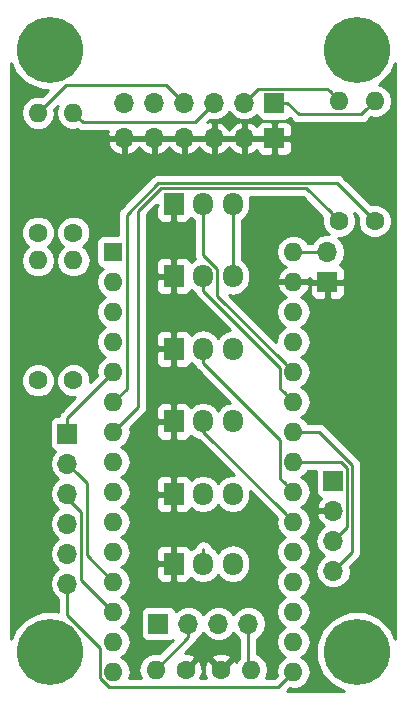
<source format=gbr>
G04 #@! TF.GenerationSoftware,KiCad,Pcbnew,(5.0.0-3-g5ebb6b6)*
G04 #@! TF.CreationDate,2019-03-28T22:34:17+01:00*
G04 #@! TF.ProjectId,tt_nano_HAT_b2,74745F6E616E6F5F4841545F62322E6B,rev?*
G04 #@! TF.SameCoordinates,Original*
G04 #@! TF.FileFunction,Copper,L2,Bot,Signal*
G04 #@! TF.FilePolarity,Positive*
%FSLAX46Y46*%
G04 Gerber Fmt 4.6, Leading zero omitted, Abs format (unit mm)*
G04 Created by KiCad (PCBNEW (5.0.0-3-g5ebb6b6)) date Thursday, 28. March 2019 um 22:34:17*
%MOMM*%
%LPD*%
G01*
G04 APERTURE LIST*
G04 #@! TA.AperFunction,ComponentPad*
%ADD10C,5.600000*%
G04 #@! TD*
G04 #@! TA.AperFunction,ComponentPad*
%ADD11O,1.600000X1.600000*%
G04 #@! TD*
G04 #@! TA.AperFunction,ComponentPad*
%ADD12R,1.600000X1.600000*%
G04 #@! TD*
G04 #@! TA.AperFunction,ComponentPad*
%ADD13O,1.700000X1.950000*%
G04 #@! TD*
G04 #@! TA.AperFunction,ComponentPad*
%ADD14R,1.700000X1.950000*%
G04 #@! TD*
G04 #@! TA.AperFunction,ComponentPad*
%ADD15R,1.700000X1.700000*%
G04 #@! TD*
G04 #@! TA.AperFunction,ComponentPad*
%ADD16O,1.700000X1.700000*%
G04 #@! TD*
G04 #@! TA.AperFunction,ComponentPad*
%ADD17C,1.600000*%
G04 #@! TD*
G04 #@! TA.AperFunction,Conductor*
%ADD18C,0.250000*%
G04 #@! TD*
G04 #@! TA.AperFunction,Conductor*
%ADD19C,0.254000*%
G04 #@! TD*
G04 APERTURE END LIST*
D10*
G04 #@! TO.P,,1*
G04 #@! TO.N,N/C*
X137500000Y-87500000D03*
G04 #@! TD*
G04 #@! TO.P,,1*
G04 #@! TO.N,N/C*
X137500000Y-36500000D03*
G04 #@! TD*
G04 #@! TO.P,,1*
G04 #@! TO.N,N/C*
X163500000Y-87500000D03*
G04 #@! TD*
D11*
G04 #@! TO.P,A1,16*
G04 #@! TO.N,Net-(A1-Pad16)*
X158130000Y-89175001D03*
G04 #@! TO.P,A1,15*
G04 #@! TO.N,Net-(A1-Pad15)*
X142890000Y-89175001D03*
G04 #@! TO.P,A1,30*
G04 #@! TO.N,Net-(A1-Pad30)*
X158130000Y-53615001D03*
G04 #@! TO.P,A1,14*
G04 #@! TO.N,Net-(A1-Pad14)*
X142890000Y-86635001D03*
G04 #@! TO.P,A1,29*
G04 #@! TO.N,GND*
X158130000Y-56155001D03*
G04 #@! TO.P,A1,13*
G04 #@! TO.N,Net-(A1-Pad13)*
X142890000Y-84095001D03*
G04 #@! TO.P,A1,28*
G04 #@! TO.N,N/C*
X158130000Y-58695001D03*
G04 #@! TO.P,A1,12*
G04 #@! TO.N,Net-(A1-Pad12)*
X142890000Y-81555001D03*
G04 #@! TO.P,A1,27*
G04 #@! TO.N,Net-(A1-Pad27)*
X158130000Y-61235001D03*
G04 #@! TO.P,A1,11*
G04 #@! TO.N,Net-(A1-Pad11)*
X142890000Y-79015001D03*
G04 #@! TO.P,A1,26*
G04 #@! TO.N,Net-(A1-Pad26)*
X158130000Y-63775001D03*
G04 #@! TO.P,A1,10*
G04 #@! TO.N,Net-(A1-Pad10)*
X142890000Y-76475001D03*
G04 #@! TO.P,A1,25*
G04 #@! TO.N,Net-(A1-Pad25)*
X158130000Y-66315001D03*
G04 #@! TO.P,A1,9*
G04 #@! TO.N,Net-(A1-Pad9)*
X142890000Y-73935001D03*
G04 #@! TO.P,A1,24*
G04 #@! TO.N,Net-(A1-Pad24)*
X158130000Y-68855001D03*
G04 #@! TO.P,A1,8*
G04 #@! TO.N,Net-(A1-Pad8)*
X142890000Y-71395001D03*
G04 #@! TO.P,A1,23*
G04 #@! TO.N,Net-(A1-Pad23)*
X158130000Y-71395001D03*
G04 #@! TO.P,A1,7*
G04 #@! TO.N,Net-(A1-Pad7)*
X142890000Y-68855001D03*
G04 #@! TO.P,A1,22*
G04 #@! TO.N,Net-(A1-Pad22)*
X158130000Y-73935001D03*
G04 #@! TO.P,A1,6*
G04 #@! TO.N,Net-(A1-Pad6)*
X142890000Y-66315001D03*
G04 #@! TO.P,A1,21*
G04 #@! TO.N,Net-(A1-Pad21)*
X158130000Y-76475001D03*
G04 #@! TO.P,A1,5*
G04 #@! TO.N,Net-(A1-Pad5)*
X142890000Y-63775001D03*
G04 #@! TO.P,A1,20*
G04 #@! TO.N,Net-(A1-Pad20)*
X158130000Y-79015001D03*
G04 #@! TO.P,A1,4*
G04 #@! TO.N,N/C*
X142890000Y-61235001D03*
G04 #@! TO.P,A1,19*
G04 #@! TO.N,Net-(A1-Pad19)*
X158130000Y-81555001D03*
G04 #@! TO.P,A1,3*
G04 #@! TO.N,N/C*
X142890000Y-58695001D03*
G04 #@! TO.P,A1,18*
X158130000Y-84095001D03*
G04 #@! TO.P,A1,2*
G04 #@! TO.N,Net-(A1-Pad2)*
X142890000Y-56155001D03*
G04 #@! TO.P,A1,17*
G04 #@! TO.N,Net-(A1-Pad17)*
X158130000Y-86635001D03*
D12*
G04 #@! TO.P,A1,1*
G04 #@! TO.N,Net-(A1-Pad1)*
X142890000Y-53615001D03*
G04 #@! TD*
D13*
G04 #@! TO.P,J7,3*
G04 #@! TO.N,Net-(A1-Pad27)*
X153000000Y-61830000D03*
G04 #@! TO.P,J7,2*
G04 #@! TO.N,Net-(A1-Pad22)*
X150500000Y-61830000D03*
D14*
G04 #@! TO.P,J7,1*
G04 #@! TO.N,GND*
X148000000Y-61830000D03*
G04 #@! TD*
D15*
G04 #@! TO.P,J3,1*
G04 #@! TO.N,Net-(A1-Pad27)*
X161500000Y-73000000D03*
D16*
G04 #@! TO.P,J3,2*
G04 #@! TO.N,GND*
X161500000Y-75540000D03*
G04 #@! TO.P,J3,3*
G04 #@! TO.N,Net-(A1-Pad23)*
X161500000Y-78080000D03*
G04 #@! TO.P,J3,4*
G04 #@! TO.N,Net-(A1-Pad24)*
X161500000Y-80620000D03*
G04 #@! TD*
D14*
G04 #@! TO.P,J4,1*
G04 #@! TO.N,GND*
X148000000Y-80010000D03*
D13*
G04 #@! TO.P,J4,2*
G04 #@! TO.N,Net-(A1-Pad19)*
X150500000Y-80010000D03*
G04 #@! TO.P,J4,3*
G04 #@! TO.N,Net-(A1-Pad27)*
X153000000Y-80010000D03*
G04 #@! TD*
G04 #@! TO.P,J5,3*
G04 #@! TO.N,Net-(A1-Pad27)*
X153000000Y-74130000D03*
G04 #@! TO.P,J5,2*
G04 #@! TO.N,Net-(A1-Pad20)*
X150500000Y-74130000D03*
D14*
G04 #@! TO.P,J5,1*
G04 #@! TO.N,GND*
X148000000Y-74130000D03*
G04 #@! TD*
G04 #@! TO.P,J6,1*
G04 #@! TO.N,GND*
X148000000Y-67980000D03*
D13*
G04 #@! TO.P,J6,2*
G04 #@! TO.N,Net-(A1-Pad21)*
X150500000Y-67980000D03*
G04 #@! TO.P,J6,3*
G04 #@! TO.N,Net-(A1-Pad27)*
X153000000Y-67980000D03*
G04 #@! TD*
D14*
G04 #@! TO.P,J8,1*
G04 #@! TO.N,GND*
X148000000Y-55680000D03*
D13*
G04 #@! TO.P,J8,2*
G04 #@! TO.N,Net-(A1-Pad25)*
X150500000Y-55680000D03*
G04 #@! TO.P,J8,3*
G04 #@! TO.N,Net-(A1-Pad27)*
X153000000Y-55680000D03*
G04 #@! TD*
G04 #@! TO.P,J9,3*
G04 #@! TO.N,Net-(A1-Pad27)*
X153000000Y-49530000D03*
G04 #@! TO.P,J9,2*
G04 #@! TO.N,Net-(A1-Pad26)*
X150500000Y-49530000D03*
D14*
G04 #@! TO.P,J9,1*
G04 #@! TO.N,GND*
X148000000Y-49530000D03*
G04 #@! TD*
D16*
G04 #@! TO.P,J1,4*
G04 #@! TO.N,Net-(A1-Pad1)*
X154320000Y-85090000D03*
G04 #@! TO.P,J1,3*
G04 #@! TO.N,Net-(A1-Pad17)*
X151780000Y-85090000D03*
G04 #@! TO.P,J1,2*
G04 #@! TO.N,Net-(A1-Pad2)*
X149240000Y-85090000D03*
D15*
G04 #@! TO.P,J1,1*
G04 #@! TO.N,Net-(A1-Pad17)*
X146700000Y-85090000D03*
G04 #@! TD*
D11*
G04 #@! TO.P,R1,2*
G04 #@! TO.N,Net-(A1-Pad1)*
X154540000Y-89000000D03*
D17*
G04 #@! TO.P,R1,1*
G04 #@! TO.N,GND*
X152000000Y-89000000D03*
G04 #@! TD*
G04 #@! TO.P,R2,1*
G04 #@! TO.N,Net-(A1-Pad6)*
X165000000Y-51000000D03*
D11*
G04 #@! TO.P,R2,2*
G04 #@! TO.N,Net-(J2-Pad1)*
X165000000Y-40840000D03*
G04 #@! TD*
G04 #@! TO.P,R3,2*
G04 #@! TO.N,Net-(J2-Pad2)*
X162000000Y-40840000D03*
D17*
G04 #@! TO.P,R3,1*
G04 #@! TO.N,Net-(A1-Pad7)*
X162000000Y-51000000D03*
G04 #@! TD*
G04 #@! TO.P,R4,1*
G04 #@! TO.N,Net-(A1-Pad8)*
X139500000Y-52000000D03*
D11*
G04 #@! TO.P,R4,2*
G04 #@! TO.N,Net-(J2-Pad3)*
X139500000Y-41840000D03*
G04 #@! TD*
G04 #@! TO.P,R5,2*
G04 #@! TO.N,Net-(J2-Pad4)*
X136500000Y-41840000D03*
D17*
G04 #@! TO.P,R5,1*
G04 #@! TO.N,Net-(A1-Pad9)*
X136500000Y-52000000D03*
G04 #@! TD*
G04 #@! TO.P,R6,1*
G04 #@! TO.N,Net-(A1-Pad10)*
X139500000Y-64500000D03*
D11*
G04 #@! TO.P,R6,2*
G04 #@! TO.N,Net-(J2-Pad5)*
X139500000Y-54340000D03*
G04 #@! TD*
G04 #@! TO.P,R7,2*
G04 #@! TO.N,Net-(J2-Pad6)*
X136500000Y-54340000D03*
D17*
G04 #@! TO.P,R7,1*
G04 #@! TO.N,Net-(A1-Pad11)*
X136500000Y-64500000D03*
G04 #@! TD*
G04 #@! TO.P,R8,1*
G04 #@! TO.N,GND*
X149000000Y-89000000D03*
D11*
G04 #@! TO.P,R8,2*
G04 #@! TO.N,Net-(A1-Pad2)*
X146460000Y-89000000D03*
G04 #@! TD*
D15*
G04 #@! TO.P,J2,1*
G04 #@! TO.N,Net-(J2-Pad1)*
X156500000Y-41000000D03*
D16*
G04 #@! TO.P,J2,2*
G04 #@! TO.N,Net-(J2-Pad2)*
X153960000Y-41000000D03*
G04 #@! TO.P,J2,3*
G04 #@! TO.N,Net-(J2-Pad3)*
X151420000Y-41000000D03*
G04 #@! TO.P,J2,4*
G04 #@! TO.N,Net-(J2-Pad4)*
X148880000Y-41000000D03*
G04 #@! TO.P,J2,5*
G04 #@! TO.N,Net-(J2-Pad5)*
X146340000Y-41000000D03*
G04 #@! TO.P,J2,6*
G04 #@! TO.N,Net-(J2-Pad6)*
X143800000Y-41000000D03*
G04 #@! TD*
G04 #@! TO.P,J10,6*
G04 #@! TO.N,GND*
X143800000Y-44000000D03*
G04 #@! TO.P,J10,5*
X146340000Y-44000000D03*
G04 #@! TO.P,J10,4*
X148880000Y-44000000D03*
G04 #@! TO.P,J10,3*
X151420000Y-44000000D03*
G04 #@! TO.P,J10,2*
X153960000Y-44000000D03*
D15*
G04 #@! TO.P,J10,1*
X156500000Y-44000000D03*
G04 #@! TD*
G04 #@! TO.P,J11,1*
G04 #@! TO.N,GND*
X161000000Y-56170000D03*
D16*
G04 #@! TO.P,J11,2*
G04 #@! TO.N,Net-(A1-Pad30)*
X161000000Y-53630000D03*
G04 #@! TD*
D15*
G04 #@! TO.P,J12,1*
G04 #@! TO.N,Net-(A1-Pad5)*
X139000000Y-69000000D03*
D16*
G04 #@! TO.P,J12,2*
G04 #@! TO.N,Net-(A1-Pad12)*
X139000000Y-71540000D03*
G04 #@! TO.P,J12,3*
G04 #@! TO.N,Net-(A1-Pad13)*
X139000000Y-74080000D03*
G04 #@! TO.P,J12,4*
G04 #@! TO.N,Net-(A1-Pad14)*
X139000000Y-76620000D03*
G04 #@! TO.P,J12,5*
G04 #@! TO.N,Net-(A1-Pad15)*
X139000000Y-79160000D03*
G04 #@! TO.P,J12,6*
G04 #@! TO.N,Net-(A1-Pad16)*
X139000000Y-81700000D03*
G04 #@! TD*
D10*
G04 #@! TO.P,,1*
G04 #@! TO.N,N/C*
X163500000Y-36500000D03*
G04 #@! TD*
D18*
G04 #@! TO.N,Net-(A1-Pad19)*
X150500000Y-80135000D02*
X150500000Y-80010000D01*
X150500000Y-80010000D02*
X150500000Y-78785000D01*
G04 #@! TO.N,Net-(A1-Pad21)*
X157330001Y-75675002D02*
X158130000Y-76475001D01*
X150500000Y-68845001D02*
X157330001Y-75675002D01*
X150500000Y-67980000D02*
X150500000Y-68845001D01*
G04 #@! TO.N,Net-(A1-Pad6)*
X164200001Y-50200001D02*
X165000000Y-51000000D01*
X161779980Y-47779980D02*
X164200001Y-50200001D01*
X146703608Y-47779980D02*
X161779980Y-47779980D01*
X144015001Y-50468587D02*
X146703608Y-47779980D01*
X144015001Y-65190000D02*
X144015001Y-50468587D01*
X142890000Y-66315001D02*
X144015001Y-65190000D01*
G04 #@! TO.N,Net-(A1-Pad22)*
X150797499Y-61235001D02*
X150202500Y-61830000D01*
X157004999Y-72810000D02*
X157330001Y-73135002D01*
X150500000Y-63055000D02*
X157004999Y-69559999D01*
X157330001Y-73135002D02*
X158130000Y-73935001D01*
X157004999Y-69559999D02*
X157004999Y-72810000D01*
X150500000Y-61830000D02*
X150500000Y-63055000D01*
G04 #@! TO.N,Net-(A1-Pad7)*
X142890000Y-68855001D02*
X145000000Y-66745001D01*
X159229990Y-48229990D02*
X161200001Y-50200001D01*
X146890008Y-48229990D02*
X159229990Y-48229990D01*
X161200001Y-50200001D02*
X162000000Y-51000000D01*
X145000000Y-50119998D02*
X146890008Y-48229990D01*
X145000000Y-66745001D02*
X145000000Y-50119998D01*
G04 #@! TO.N,Net-(A1-Pad23)*
X162349999Y-77230001D02*
X161500000Y-78080000D01*
X162675001Y-76904999D02*
X162349999Y-77230001D01*
X162675001Y-71889999D02*
X162675001Y-76904999D01*
X162180003Y-71395001D02*
X162675001Y-71889999D01*
X158130000Y-71395001D02*
X162180003Y-71395001D01*
G04 #@! TO.N,Net-(A1-Pad24)*
X163125011Y-78994989D02*
X162349999Y-79770001D01*
X162349999Y-79770001D02*
X161500000Y-80620000D01*
X163125011Y-71703599D02*
X163125011Y-78994989D01*
X160276413Y-68855001D02*
X163125011Y-71703599D01*
X158130000Y-68855001D02*
X160276413Y-68855001D01*
G04 #@! TO.N,Net-(A1-Pad25)*
X157330001Y-65515002D02*
X158130000Y-66315001D01*
X157004999Y-65190000D02*
X157330001Y-65515002D01*
X157004999Y-63409999D02*
X157004999Y-65190000D01*
X150500000Y-56905000D02*
X157004999Y-63409999D01*
X150500000Y-55680000D02*
X150500000Y-56905000D01*
G04 #@! TO.N,Net-(A1-Pad26)*
X151675010Y-57320011D02*
X157330001Y-62975002D01*
X151675010Y-55068295D02*
X151675010Y-57320011D01*
X157330001Y-62975002D02*
X158130000Y-63775001D01*
X150500000Y-53893285D02*
X151675010Y-55068295D01*
X150500000Y-49530000D02*
X150500000Y-53893285D01*
G04 #@! TO.N,Net-(A1-Pad27)*
X153000000Y-49530000D02*
X153000000Y-55680000D01*
G04 #@! TO.N,Net-(A1-Pad16)*
X141764999Y-89715002D02*
X142549997Y-90500000D01*
X141764999Y-87139997D02*
X141764999Y-89715002D01*
X139000000Y-84374998D02*
X141764999Y-87139997D01*
X139000000Y-81700000D02*
X139000000Y-84374998D01*
X156805001Y-90500000D02*
X158130000Y-89175001D01*
X142549997Y-90500000D02*
X156805001Y-90500000D01*
G04 #@! TO.N,Net-(J2-Pad1)*
X164200001Y-41639999D02*
X165000000Y-40840000D01*
X163874999Y-41965001D02*
X164200001Y-41639999D01*
X158565001Y-41965001D02*
X163874999Y-41965001D01*
X157600000Y-41000000D02*
X158565001Y-41965001D01*
X156500000Y-41000000D02*
X157600000Y-41000000D01*
G04 #@! TO.N,Net-(J2-Pad2)*
X161200001Y-40040001D02*
X162000000Y-40840000D01*
X160984999Y-39824999D02*
X161200001Y-40040001D01*
X155135001Y-39824999D02*
X160984999Y-39824999D01*
X153960000Y-41000000D02*
X155135001Y-39824999D01*
G04 #@! TO.N,Net-(J2-Pad3)*
X149780001Y-42639999D02*
X150570001Y-41849999D01*
X150570001Y-41849999D02*
X151420000Y-41000000D01*
X140299999Y-42639999D02*
X149780001Y-42639999D01*
X139500000Y-41840000D02*
X140299999Y-42639999D01*
G04 #@! TO.N,Net-(J2-Pad4)*
X148030001Y-40150001D02*
X148880000Y-41000000D01*
X147380000Y-39500000D02*
X148030001Y-40150001D01*
X138840000Y-39500000D02*
X147380000Y-39500000D01*
X136500000Y-41840000D02*
X138840000Y-39500000D01*
G04 #@! TO.N,Net-(A1-Pad30)*
X158144999Y-53630000D02*
X158130000Y-53615001D01*
X161000000Y-53630000D02*
X158144999Y-53630000D01*
G04 #@! TO.N,Net-(A1-Pad13)*
X139000000Y-74500000D02*
X139000000Y-74080000D01*
X140175001Y-75675001D02*
X139000000Y-74500000D01*
X140175001Y-81380002D02*
X140175001Y-75675001D01*
X142890000Y-84095001D02*
X140175001Y-81380002D01*
G04 #@! TO.N,Net-(A1-Pad12)*
X139849999Y-72389999D02*
X139000000Y-71540000D01*
X140625011Y-79290012D02*
X140625011Y-73165011D01*
X140625011Y-73165011D02*
X139849999Y-72389999D01*
X142890000Y-81555001D02*
X140625011Y-79290012D01*
G04 #@! TO.N,Net-(A1-Pad5)*
X139000000Y-67665001D02*
X142890000Y-63775001D01*
X139000000Y-69000000D02*
X139000000Y-67665001D01*
G04 #@! TO.N,Net-(A1-Pad2)*
X149240000Y-86220000D02*
X149240000Y-85090000D01*
X146460000Y-89000000D02*
X149240000Y-86220000D01*
G04 #@! TO.N,Net-(A1-Pad1)*
X154320000Y-88780000D02*
X154540000Y-89000000D01*
X154320000Y-85090000D02*
X154320000Y-88780000D01*
G04 #@! TO.N,GND*
X156500000Y-44000000D02*
X143800000Y-44000000D01*
X158144999Y-56170000D02*
X158130000Y-56155001D01*
X161000000Y-56170000D02*
X158144999Y-56170000D01*
G04 #@! TD*
D19*
G04 #@! TO.N,GND*
G36*
X166765001Y-86406322D02*
X166412053Y-85554229D01*
X165445771Y-84587947D01*
X164183264Y-84065000D01*
X162816736Y-84065000D01*
X161554229Y-84587947D01*
X160587947Y-85554229D01*
X160065000Y-86816736D01*
X160065000Y-88183264D01*
X160587947Y-89445771D01*
X161554229Y-90412053D01*
X162406319Y-90765000D01*
X157614802Y-90765000D01*
X157806114Y-90573689D01*
X157988667Y-90610001D01*
X158271333Y-90610001D01*
X158689909Y-90526741D01*
X159164577Y-90209578D01*
X159481740Y-89734910D01*
X159593113Y-89175001D01*
X159481740Y-88615092D01*
X159164577Y-88140424D01*
X158812242Y-87905001D01*
X159164577Y-87669578D01*
X159481740Y-87194910D01*
X159593113Y-86635001D01*
X159481740Y-86075092D01*
X159164577Y-85600424D01*
X158812242Y-85365001D01*
X159164577Y-85129578D01*
X159481740Y-84654910D01*
X159593113Y-84095001D01*
X159481740Y-83535092D01*
X159164577Y-83060424D01*
X158812242Y-82825001D01*
X159164577Y-82589578D01*
X159481740Y-82114910D01*
X159593113Y-81555001D01*
X159481740Y-80995092D01*
X159164577Y-80520424D01*
X158812242Y-80285001D01*
X159164577Y-80049578D01*
X159481740Y-79574910D01*
X159593113Y-79015001D01*
X159481740Y-78455092D01*
X159164577Y-77980424D01*
X158812242Y-77745001D01*
X159164577Y-77509578D01*
X159481740Y-77034910D01*
X159593113Y-76475001D01*
X159481740Y-75915092D01*
X159164577Y-75440424D01*
X158812242Y-75205001D01*
X159164577Y-74969578D01*
X159481740Y-74494910D01*
X159593113Y-73935001D01*
X159481740Y-73375092D01*
X159164577Y-72900424D01*
X158812242Y-72665001D01*
X159164577Y-72429578D01*
X159348043Y-72155001D01*
X160002560Y-72155001D01*
X160002560Y-73850000D01*
X160051843Y-74097765D01*
X160192191Y-74307809D01*
X160402235Y-74448157D01*
X160505708Y-74468739D01*
X160228355Y-74773076D01*
X160058524Y-75183110D01*
X160179845Y-75413000D01*
X161373000Y-75413000D01*
X161373000Y-75393000D01*
X161627000Y-75393000D01*
X161627000Y-75413000D01*
X161647000Y-75413000D01*
X161647000Y-75667000D01*
X161627000Y-75667000D01*
X161627000Y-75687000D01*
X161373000Y-75687000D01*
X161373000Y-75667000D01*
X160179845Y-75667000D01*
X160058524Y-75896890D01*
X160228355Y-76306924D01*
X160618642Y-76735183D01*
X160748478Y-76796157D01*
X160429375Y-77009375D01*
X160101161Y-77500582D01*
X159985908Y-78080000D01*
X160101161Y-78659418D01*
X160429375Y-79150625D01*
X160727761Y-79350000D01*
X160429375Y-79549375D01*
X160101161Y-80040582D01*
X159985908Y-80620000D01*
X160101161Y-81199418D01*
X160429375Y-81690625D01*
X160920582Y-82018839D01*
X161353744Y-82105000D01*
X161646256Y-82105000D01*
X162079418Y-82018839D01*
X162570625Y-81690625D01*
X162898839Y-81199418D01*
X163014092Y-80620000D01*
X162941209Y-80253592D01*
X163609486Y-79585316D01*
X163672940Y-79542918D01*
X163715338Y-79479465D01*
X163715340Y-79479463D01*
X163831523Y-79305582D01*
X163840915Y-79291526D01*
X163885011Y-79069841D01*
X163885011Y-79069837D01*
X163899899Y-78994990D01*
X163885011Y-78920143D01*
X163885011Y-71778446D01*
X163899899Y-71703599D01*
X163885011Y-71628752D01*
X163885011Y-71628747D01*
X163840915Y-71407062D01*
X163672940Y-71155670D01*
X163609484Y-71113270D01*
X160866744Y-68370531D01*
X160824342Y-68307072D01*
X160572950Y-68139097D01*
X160351265Y-68095001D01*
X160351260Y-68095001D01*
X160276413Y-68080113D01*
X160201566Y-68095001D01*
X159348043Y-68095001D01*
X159164577Y-67820424D01*
X158812242Y-67585001D01*
X159164577Y-67349578D01*
X159481740Y-66874910D01*
X159593113Y-66315001D01*
X159481740Y-65755092D01*
X159164577Y-65280424D01*
X158812242Y-65045001D01*
X159164577Y-64809578D01*
X159481740Y-64334910D01*
X159593113Y-63775001D01*
X159481740Y-63215092D01*
X159164577Y-62740424D01*
X158812242Y-62505001D01*
X159164577Y-62269578D01*
X159481740Y-61794910D01*
X159593113Y-61235001D01*
X159481740Y-60675092D01*
X159164577Y-60200424D01*
X158812242Y-59965001D01*
X159164577Y-59729578D01*
X159481740Y-59254910D01*
X159593113Y-58695001D01*
X159481740Y-58135092D01*
X159164577Y-57660424D01*
X158780892Y-57404054D01*
X158985134Y-57307390D01*
X159361041Y-56892424D01*
X159515000Y-56520709D01*
X159515000Y-57146310D01*
X159611673Y-57379699D01*
X159790302Y-57558327D01*
X160023691Y-57655000D01*
X160714250Y-57655000D01*
X160873000Y-57496250D01*
X160873000Y-56297000D01*
X161127000Y-56297000D01*
X161127000Y-57496250D01*
X161285750Y-57655000D01*
X161976309Y-57655000D01*
X162209698Y-57558327D01*
X162388327Y-57379699D01*
X162485000Y-57146310D01*
X162485000Y-56455750D01*
X162326250Y-56297000D01*
X161127000Y-56297000D01*
X160873000Y-56297000D01*
X159673750Y-56297000D01*
X159515000Y-56455750D01*
X159515000Y-56491474D01*
X159399915Y-56282001D01*
X158257000Y-56282001D01*
X158257000Y-56302001D01*
X158003000Y-56302001D01*
X158003000Y-56282001D01*
X156860085Y-56282001D01*
X156738096Y-56504040D01*
X156898959Y-56892424D01*
X157274866Y-57307390D01*
X157479108Y-57404054D01*
X157095423Y-57660424D01*
X156778260Y-58135092D01*
X156666887Y-58695001D01*
X156778260Y-59254910D01*
X157095423Y-59729578D01*
X157447758Y-59965001D01*
X157095423Y-60200424D01*
X156778260Y-60675092D01*
X156666887Y-61235001D01*
X156667405Y-61237604D01*
X152686541Y-57256741D01*
X153000000Y-57319092D01*
X153579418Y-57203839D01*
X154070625Y-56875625D01*
X154398839Y-56384417D01*
X154485000Y-55951255D01*
X154485000Y-55408744D01*
X154398839Y-54975582D01*
X154070625Y-54484375D01*
X153760000Y-54276822D01*
X153760000Y-50933178D01*
X154070625Y-50725625D01*
X154398839Y-50234417D01*
X154485000Y-49801255D01*
X154485000Y-49258744D01*
X154431542Y-48989990D01*
X158915189Y-48989990D01*
X160586896Y-50661698D01*
X160565000Y-50714561D01*
X160565000Y-51285439D01*
X160783466Y-51812862D01*
X161115604Y-52145000D01*
X160853744Y-52145000D01*
X160420582Y-52231161D01*
X159929375Y-52559375D01*
X159721822Y-52870000D01*
X159358065Y-52870000D01*
X159164577Y-52580424D01*
X158689909Y-52263261D01*
X158271333Y-52180001D01*
X157988667Y-52180001D01*
X157570091Y-52263261D01*
X157095423Y-52580424D01*
X156778260Y-53055092D01*
X156666887Y-53615001D01*
X156778260Y-54174910D01*
X157095423Y-54649578D01*
X157479108Y-54905948D01*
X157274866Y-55002612D01*
X156898959Y-55417578D01*
X156738096Y-55805962D01*
X156860085Y-56028001D01*
X158003000Y-56028001D01*
X158003000Y-56008001D01*
X158257000Y-56008001D01*
X158257000Y-56028001D01*
X159399915Y-56028001D01*
X159515000Y-55818528D01*
X159515000Y-55884250D01*
X159673750Y-56043000D01*
X160873000Y-56043000D01*
X160873000Y-56023000D01*
X161127000Y-56023000D01*
X161127000Y-56043000D01*
X162326250Y-56043000D01*
X162485000Y-55884250D01*
X162485000Y-55193690D01*
X162388327Y-54960301D01*
X162209698Y-54781673D01*
X162048967Y-54715096D01*
X162070625Y-54700625D01*
X162398839Y-54209418D01*
X162514092Y-53630000D01*
X162398839Y-53050582D01*
X162070625Y-52559375D01*
X161884485Y-52435000D01*
X162285439Y-52435000D01*
X162812862Y-52216534D01*
X163216534Y-51812862D01*
X163435000Y-51285439D01*
X163435000Y-50714561D01*
X163290213Y-50365015D01*
X163586896Y-50661698D01*
X163565000Y-50714561D01*
X163565000Y-51285439D01*
X163783466Y-51812862D01*
X164187138Y-52216534D01*
X164714561Y-52435000D01*
X165285439Y-52435000D01*
X165812862Y-52216534D01*
X166216534Y-51812862D01*
X166435000Y-51285439D01*
X166435000Y-50714561D01*
X166216534Y-50187138D01*
X165812862Y-49783466D01*
X165285439Y-49565000D01*
X164714561Y-49565000D01*
X164661698Y-49586896D01*
X162370311Y-47295510D01*
X162327909Y-47232051D01*
X162076517Y-47064076D01*
X161854832Y-47019980D01*
X161854827Y-47019980D01*
X161779980Y-47005092D01*
X161705133Y-47019980D01*
X146778454Y-47019980D01*
X146703607Y-47005092D01*
X146628760Y-47019980D01*
X146628756Y-47019980D01*
X146407071Y-47064076D01*
X146407069Y-47064077D01*
X146407070Y-47064077D01*
X146219134Y-47189651D01*
X146219132Y-47189653D01*
X146155679Y-47232051D01*
X146113281Y-47295504D01*
X143530529Y-49878258D01*
X143467073Y-49920658D01*
X143424673Y-49984114D01*
X143424672Y-49984115D01*
X143299098Y-50172050D01*
X143240113Y-50468587D01*
X143255002Y-50543439D01*
X143255002Y-52167561D01*
X142090000Y-52167561D01*
X141842235Y-52216844D01*
X141632191Y-52357192D01*
X141491843Y-52567236D01*
X141442560Y-52815001D01*
X141442560Y-54415001D01*
X141491843Y-54662766D01*
X141632191Y-54872810D01*
X141842235Y-55013158D01*
X141976106Y-55039786D01*
X141855423Y-55120424D01*
X141538260Y-55595092D01*
X141426887Y-56155001D01*
X141538260Y-56714910D01*
X141855423Y-57189578D01*
X142207758Y-57425001D01*
X141855423Y-57660424D01*
X141538260Y-58135092D01*
X141426887Y-58695001D01*
X141538260Y-59254910D01*
X141855423Y-59729578D01*
X142207758Y-59965001D01*
X141855423Y-60200424D01*
X141538260Y-60675092D01*
X141426887Y-61235001D01*
X141538260Y-61794910D01*
X141855423Y-62269578D01*
X142207758Y-62505001D01*
X141855423Y-62740424D01*
X141538260Y-63215092D01*
X141426887Y-63775001D01*
X141491312Y-64098887D01*
X140935000Y-64655199D01*
X140935000Y-64214561D01*
X140716534Y-63687138D01*
X140312862Y-63283466D01*
X139785439Y-63065000D01*
X139214561Y-63065000D01*
X138687138Y-63283466D01*
X138283466Y-63687138D01*
X138065000Y-64214561D01*
X138065000Y-64785439D01*
X138283466Y-65312862D01*
X138687138Y-65716534D01*
X139214561Y-65935000D01*
X139655200Y-65935000D01*
X138515528Y-67074672D01*
X138452072Y-67117072D01*
X138409672Y-67180528D01*
X138409671Y-67180529D01*
X138284097Y-67368464D01*
X138257424Y-67502560D01*
X138150000Y-67502560D01*
X137902235Y-67551843D01*
X137692191Y-67692191D01*
X137551843Y-67902235D01*
X137502560Y-68150000D01*
X137502560Y-69850000D01*
X137551843Y-70097765D01*
X137692191Y-70307809D01*
X137902235Y-70448157D01*
X137947619Y-70457184D01*
X137929375Y-70469375D01*
X137601161Y-70960582D01*
X137485908Y-71540000D01*
X137601161Y-72119418D01*
X137929375Y-72610625D01*
X138227761Y-72810000D01*
X137929375Y-73009375D01*
X137601161Y-73500582D01*
X137485908Y-74080000D01*
X137601161Y-74659418D01*
X137929375Y-75150625D01*
X138227761Y-75350000D01*
X137929375Y-75549375D01*
X137601161Y-76040582D01*
X137485908Y-76620000D01*
X137601161Y-77199418D01*
X137929375Y-77690625D01*
X138227761Y-77890000D01*
X137929375Y-78089375D01*
X137601161Y-78580582D01*
X137485908Y-79160000D01*
X137601161Y-79739418D01*
X137929375Y-80230625D01*
X138227761Y-80430000D01*
X137929375Y-80629375D01*
X137601161Y-81120582D01*
X137485908Y-81700000D01*
X137601161Y-82279418D01*
X137929375Y-82770625D01*
X138240000Y-82978178D01*
X138240001Y-84088501D01*
X138183264Y-84065000D01*
X136816736Y-84065000D01*
X135554229Y-84587947D01*
X134587947Y-85554229D01*
X134235000Y-86406319D01*
X134235000Y-64214561D01*
X135065000Y-64214561D01*
X135065000Y-64785439D01*
X135283466Y-65312862D01*
X135687138Y-65716534D01*
X136214561Y-65935000D01*
X136785439Y-65935000D01*
X137312862Y-65716534D01*
X137716534Y-65312862D01*
X137935000Y-64785439D01*
X137935000Y-64214561D01*
X137716534Y-63687138D01*
X137312862Y-63283466D01*
X136785439Y-63065000D01*
X136214561Y-63065000D01*
X135687138Y-63283466D01*
X135283466Y-63687138D01*
X135065000Y-64214561D01*
X134235000Y-64214561D01*
X134235000Y-54340000D01*
X135036887Y-54340000D01*
X135148260Y-54899909D01*
X135465423Y-55374577D01*
X135940091Y-55691740D01*
X136358667Y-55775000D01*
X136641333Y-55775000D01*
X137059909Y-55691740D01*
X137534577Y-55374577D01*
X137851740Y-54899909D01*
X137963113Y-54340000D01*
X138036887Y-54340000D01*
X138148260Y-54899909D01*
X138465423Y-55374577D01*
X138940091Y-55691740D01*
X139358667Y-55775000D01*
X139641333Y-55775000D01*
X140059909Y-55691740D01*
X140534577Y-55374577D01*
X140851740Y-54899909D01*
X140963113Y-54340000D01*
X140851740Y-53780091D01*
X140534577Y-53305423D01*
X140348384Y-53181012D01*
X140716534Y-52812862D01*
X140935000Y-52285439D01*
X140935000Y-51714561D01*
X140716534Y-51187138D01*
X140312862Y-50783466D01*
X139785439Y-50565000D01*
X139214561Y-50565000D01*
X138687138Y-50783466D01*
X138283466Y-51187138D01*
X138065000Y-51714561D01*
X138065000Y-52285439D01*
X138283466Y-52812862D01*
X138651616Y-53181012D01*
X138465423Y-53305423D01*
X138148260Y-53780091D01*
X138036887Y-54340000D01*
X137963113Y-54340000D01*
X137851740Y-53780091D01*
X137534577Y-53305423D01*
X137348384Y-53181012D01*
X137716534Y-52812862D01*
X137935000Y-52285439D01*
X137935000Y-51714561D01*
X137716534Y-51187138D01*
X137312862Y-50783466D01*
X136785439Y-50565000D01*
X136214561Y-50565000D01*
X135687138Y-50783466D01*
X135283466Y-51187138D01*
X135065000Y-51714561D01*
X135065000Y-52285439D01*
X135283466Y-52812862D01*
X135651616Y-53181012D01*
X135465423Y-53305423D01*
X135148260Y-53780091D01*
X135036887Y-54340000D01*
X134235000Y-54340000D01*
X134235000Y-44356892D01*
X142358514Y-44356892D01*
X142604817Y-44881358D01*
X143033076Y-45271645D01*
X143443110Y-45441476D01*
X143673000Y-45320155D01*
X143673000Y-44127000D01*
X143927000Y-44127000D01*
X143927000Y-45320155D01*
X144156890Y-45441476D01*
X144566924Y-45271645D01*
X144995183Y-44881358D01*
X145070000Y-44722046D01*
X145144817Y-44881358D01*
X145573076Y-45271645D01*
X145983110Y-45441476D01*
X146213000Y-45320155D01*
X146213000Y-44127000D01*
X146467000Y-44127000D01*
X146467000Y-45320155D01*
X146696890Y-45441476D01*
X147106924Y-45271645D01*
X147535183Y-44881358D01*
X147610000Y-44722046D01*
X147684817Y-44881358D01*
X148113076Y-45271645D01*
X148523110Y-45441476D01*
X148753000Y-45320155D01*
X148753000Y-44127000D01*
X149007000Y-44127000D01*
X149007000Y-45320155D01*
X149236890Y-45441476D01*
X149646924Y-45271645D01*
X150075183Y-44881358D01*
X150150000Y-44722046D01*
X150224817Y-44881358D01*
X150653076Y-45271645D01*
X151063110Y-45441476D01*
X151293000Y-45320155D01*
X151293000Y-44127000D01*
X151547000Y-44127000D01*
X151547000Y-45320155D01*
X151776890Y-45441476D01*
X152186924Y-45271645D01*
X152615183Y-44881358D01*
X152690000Y-44722046D01*
X152764817Y-44881358D01*
X153193076Y-45271645D01*
X153603110Y-45441476D01*
X153833000Y-45320155D01*
X153833000Y-44127000D01*
X154087000Y-44127000D01*
X154087000Y-45320155D01*
X154316890Y-45441476D01*
X154726924Y-45271645D01*
X155024864Y-45000122D01*
X155111673Y-45209698D01*
X155290301Y-45388327D01*
X155523690Y-45485000D01*
X156214250Y-45485000D01*
X156373000Y-45326250D01*
X156373000Y-44127000D01*
X156627000Y-44127000D01*
X156627000Y-45326250D01*
X156785750Y-45485000D01*
X157476310Y-45485000D01*
X157709699Y-45388327D01*
X157888327Y-45209698D01*
X157985000Y-44976309D01*
X157985000Y-44285750D01*
X157826250Y-44127000D01*
X156627000Y-44127000D01*
X156373000Y-44127000D01*
X154087000Y-44127000D01*
X153833000Y-44127000D01*
X151547000Y-44127000D01*
X151293000Y-44127000D01*
X149007000Y-44127000D01*
X148753000Y-44127000D01*
X146467000Y-44127000D01*
X146213000Y-44127000D01*
X143927000Y-44127000D01*
X143673000Y-44127000D01*
X142479181Y-44127000D01*
X142358514Y-44356892D01*
X134235000Y-44356892D01*
X134235000Y-37593681D01*
X134587947Y-38445771D01*
X135554229Y-39412053D01*
X136816736Y-39935000D01*
X137330198Y-39935000D01*
X136823886Y-40441312D01*
X136641333Y-40405000D01*
X136358667Y-40405000D01*
X135940091Y-40488260D01*
X135465423Y-40805423D01*
X135148260Y-41280091D01*
X135036887Y-41840000D01*
X135148260Y-42399909D01*
X135465423Y-42874577D01*
X135940091Y-43191740D01*
X136358667Y-43275000D01*
X136641333Y-43275000D01*
X137059909Y-43191740D01*
X137534577Y-42874577D01*
X137851740Y-42399909D01*
X137963113Y-41840000D01*
X137898688Y-41516114D01*
X138175544Y-41239257D01*
X138148260Y-41280091D01*
X138036887Y-41840000D01*
X138148260Y-42399909D01*
X138465423Y-42874577D01*
X138940091Y-43191740D01*
X139358667Y-43275000D01*
X139641333Y-43275000D01*
X139827084Y-43238052D01*
X139882382Y-43275000D01*
X140003462Y-43355903D01*
X140225147Y-43399999D01*
X140225151Y-43399999D01*
X140299998Y-43414887D01*
X140374845Y-43399999D01*
X142472684Y-43399999D01*
X142358514Y-43643108D01*
X142479181Y-43873000D01*
X143673000Y-43873000D01*
X143673000Y-43853000D01*
X143927000Y-43853000D01*
X143927000Y-43873000D01*
X146213000Y-43873000D01*
X146213000Y-43853000D01*
X146467000Y-43853000D01*
X146467000Y-43873000D01*
X148753000Y-43873000D01*
X148753000Y-43853000D01*
X149007000Y-43853000D01*
X149007000Y-43873000D01*
X151293000Y-43873000D01*
X151293000Y-42679845D01*
X151547000Y-42679845D01*
X151547000Y-43873000D01*
X153833000Y-43873000D01*
X153833000Y-42679845D01*
X154087000Y-42679845D01*
X154087000Y-43873000D01*
X156373000Y-43873000D01*
X156373000Y-42673750D01*
X156627000Y-42673750D01*
X156627000Y-43873000D01*
X157826250Y-43873000D01*
X157985000Y-43714250D01*
X157985000Y-43023691D01*
X157888327Y-42790302D01*
X157709699Y-42611673D01*
X157476310Y-42515000D01*
X156785750Y-42515000D01*
X156627000Y-42673750D01*
X156373000Y-42673750D01*
X156214250Y-42515000D01*
X155523690Y-42515000D01*
X155290301Y-42611673D01*
X155111673Y-42790302D01*
X155024864Y-42999878D01*
X154726924Y-42728355D01*
X154316890Y-42558524D01*
X154087000Y-42679845D01*
X153833000Y-42679845D01*
X153603110Y-42558524D01*
X153193076Y-42728355D01*
X152764817Y-43118642D01*
X152690000Y-43277954D01*
X152615183Y-43118642D01*
X152186924Y-42728355D01*
X151776890Y-42558524D01*
X151547000Y-42679845D01*
X151293000Y-42679845D01*
X151063110Y-42558524D01*
X150846603Y-42648198D01*
X151053593Y-42441209D01*
X151273744Y-42485000D01*
X151566256Y-42485000D01*
X151999418Y-42398839D01*
X152490625Y-42070625D01*
X152690000Y-41772239D01*
X152889375Y-42070625D01*
X153380582Y-42398839D01*
X153813744Y-42485000D01*
X154106256Y-42485000D01*
X154539418Y-42398839D01*
X155030625Y-42070625D01*
X155042816Y-42052381D01*
X155051843Y-42097765D01*
X155192191Y-42307809D01*
X155402235Y-42448157D01*
X155650000Y-42497440D01*
X157350000Y-42497440D01*
X157597765Y-42448157D01*
X157807809Y-42307809D01*
X157817902Y-42292704D01*
X157974672Y-42449474D01*
X158017072Y-42512930D01*
X158268464Y-42680905D01*
X158490149Y-42725001D01*
X158490153Y-42725001D01*
X158565001Y-42739889D01*
X158639849Y-42725001D01*
X163800152Y-42725001D01*
X163874999Y-42739889D01*
X163949846Y-42725001D01*
X163949851Y-42725001D01*
X164171536Y-42680905D01*
X164422928Y-42512930D01*
X164465330Y-42449471D01*
X164676113Y-42238688D01*
X164858667Y-42275000D01*
X165141333Y-42275000D01*
X165559909Y-42191740D01*
X166034577Y-41874577D01*
X166351740Y-41399909D01*
X166463113Y-40840000D01*
X166351740Y-40280091D01*
X166034577Y-39805423D01*
X165559909Y-39488260D01*
X165358507Y-39448199D01*
X165445771Y-39412053D01*
X166412053Y-38445771D01*
X166765000Y-37593681D01*
X166765001Y-86406322D01*
X166765001Y-86406322D01*
G37*
X166765001Y-86406322D02*
X166412053Y-85554229D01*
X165445771Y-84587947D01*
X164183264Y-84065000D01*
X162816736Y-84065000D01*
X161554229Y-84587947D01*
X160587947Y-85554229D01*
X160065000Y-86816736D01*
X160065000Y-88183264D01*
X160587947Y-89445771D01*
X161554229Y-90412053D01*
X162406319Y-90765000D01*
X157614802Y-90765000D01*
X157806114Y-90573689D01*
X157988667Y-90610001D01*
X158271333Y-90610001D01*
X158689909Y-90526741D01*
X159164577Y-90209578D01*
X159481740Y-89734910D01*
X159593113Y-89175001D01*
X159481740Y-88615092D01*
X159164577Y-88140424D01*
X158812242Y-87905001D01*
X159164577Y-87669578D01*
X159481740Y-87194910D01*
X159593113Y-86635001D01*
X159481740Y-86075092D01*
X159164577Y-85600424D01*
X158812242Y-85365001D01*
X159164577Y-85129578D01*
X159481740Y-84654910D01*
X159593113Y-84095001D01*
X159481740Y-83535092D01*
X159164577Y-83060424D01*
X158812242Y-82825001D01*
X159164577Y-82589578D01*
X159481740Y-82114910D01*
X159593113Y-81555001D01*
X159481740Y-80995092D01*
X159164577Y-80520424D01*
X158812242Y-80285001D01*
X159164577Y-80049578D01*
X159481740Y-79574910D01*
X159593113Y-79015001D01*
X159481740Y-78455092D01*
X159164577Y-77980424D01*
X158812242Y-77745001D01*
X159164577Y-77509578D01*
X159481740Y-77034910D01*
X159593113Y-76475001D01*
X159481740Y-75915092D01*
X159164577Y-75440424D01*
X158812242Y-75205001D01*
X159164577Y-74969578D01*
X159481740Y-74494910D01*
X159593113Y-73935001D01*
X159481740Y-73375092D01*
X159164577Y-72900424D01*
X158812242Y-72665001D01*
X159164577Y-72429578D01*
X159348043Y-72155001D01*
X160002560Y-72155001D01*
X160002560Y-73850000D01*
X160051843Y-74097765D01*
X160192191Y-74307809D01*
X160402235Y-74448157D01*
X160505708Y-74468739D01*
X160228355Y-74773076D01*
X160058524Y-75183110D01*
X160179845Y-75413000D01*
X161373000Y-75413000D01*
X161373000Y-75393000D01*
X161627000Y-75393000D01*
X161627000Y-75413000D01*
X161647000Y-75413000D01*
X161647000Y-75667000D01*
X161627000Y-75667000D01*
X161627000Y-75687000D01*
X161373000Y-75687000D01*
X161373000Y-75667000D01*
X160179845Y-75667000D01*
X160058524Y-75896890D01*
X160228355Y-76306924D01*
X160618642Y-76735183D01*
X160748478Y-76796157D01*
X160429375Y-77009375D01*
X160101161Y-77500582D01*
X159985908Y-78080000D01*
X160101161Y-78659418D01*
X160429375Y-79150625D01*
X160727761Y-79350000D01*
X160429375Y-79549375D01*
X160101161Y-80040582D01*
X159985908Y-80620000D01*
X160101161Y-81199418D01*
X160429375Y-81690625D01*
X160920582Y-82018839D01*
X161353744Y-82105000D01*
X161646256Y-82105000D01*
X162079418Y-82018839D01*
X162570625Y-81690625D01*
X162898839Y-81199418D01*
X163014092Y-80620000D01*
X162941209Y-80253592D01*
X163609486Y-79585316D01*
X163672940Y-79542918D01*
X163715338Y-79479465D01*
X163715340Y-79479463D01*
X163831523Y-79305582D01*
X163840915Y-79291526D01*
X163885011Y-79069841D01*
X163885011Y-79069837D01*
X163899899Y-78994990D01*
X163885011Y-78920143D01*
X163885011Y-71778446D01*
X163899899Y-71703599D01*
X163885011Y-71628752D01*
X163885011Y-71628747D01*
X163840915Y-71407062D01*
X163672940Y-71155670D01*
X163609484Y-71113270D01*
X160866744Y-68370531D01*
X160824342Y-68307072D01*
X160572950Y-68139097D01*
X160351265Y-68095001D01*
X160351260Y-68095001D01*
X160276413Y-68080113D01*
X160201566Y-68095001D01*
X159348043Y-68095001D01*
X159164577Y-67820424D01*
X158812242Y-67585001D01*
X159164577Y-67349578D01*
X159481740Y-66874910D01*
X159593113Y-66315001D01*
X159481740Y-65755092D01*
X159164577Y-65280424D01*
X158812242Y-65045001D01*
X159164577Y-64809578D01*
X159481740Y-64334910D01*
X159593113Y-63775001D01*
X159481740Y-63215092D01*
X159164577Y-62740424D01*
X158812242Y-62505001D01*
X159164577Y-62269578D01*
X159481740Y-61794910D01*
X159593113Y-61235001D01*
X159481740Y-60675092D01*
X159164577Y-60200424D01*
X158812242Y-59965001D01*
X159164577Y-59729578D01*
X159481740Y-59254910D01*
X159593113Y-58695001D01*
X159481740Y-58135092D01*
X159164577Y-57660424D01*
X158780892Y-57404054D01*
X158985134Y-57307390D01*
X159361041Y-56892424D01*
X159515000Y-56520709D01*
X159515000Y-57146310D01*
X159611673Y-57379699D01*
X159790302Y-57558327D01*
X160023691Y-57655000D01*
X160714250Y-57655000D01*
X160873000Y-57496250D01*
X160873000Y-56297000D01*
X161127000Y-56297000D01*
X161127000Y-57496250D01*
X161285750Y-57655000D01*
X161976309Y-57655000D01*
X162209698Y-57558327D01*
X162388327Y-57379699D01*
X162485000Y-57146310D01*
X162485000Y-56455750D01*
X162326250Y-56297000D01*
X161127000Y-56297000D01*
X160873000Y-56297000D01*
X159673750Y-56297000D01*
X159515000Y-56455750D01*
X159515000Y-56491474D01*
X159399915Y-56282001D01*
X158257000Y-56282001D01*
X158257000Y-56302001D01*
X158003000Y-56302001D01*
X158003000Y-56282001D01*
X156860085Y-56282001D01*
X156738096Y-56504040D01*
X156898959Y-56892424D01*
X157274866Y-57307390D01*
X157479108Y-57404054D01*
X157095423Y-57660424D01*
X156778260Y-58135092D01*
X156666887Y-58695001D01*
X156778260Y-59254910D01*
X157095423Y-59729578D01*
X157447758Y-59965001D01*
X157095423Y-60200424D01*
X156778260Y-60675092D01*
X156666887Y-61235001D01*
X156667405Y-61237604D01*
X152686541Y-57256741D01*
X153000000Y-57319092D01*
X153579418Y-57203839D01*
X154070625Y-56875625D01*
X154398839Y-56384417D01*
X154485000Y-55951255D01*
X154485000Y-55408744D01*
X154398839Y-54975582D01*
X154070625Y-54484375D01*
X153760000Y-54276822D01*
X153760000Y-50933178D01*
X154070625Y-50725625D01*
X154398839Y-50234417D01*
X154485000Y-49801255D01*
X154485000Y-49258744D01*
X154431542Y-48989990D01*
X158915189Y-48989990D01*
X160586896Y-50661698D01*
X160565000Y-50714561D01*
X160565000Y-51285439D01*
X160783466Y-51812862D01*
X161115604Y-52145000D01*
X160853744Y-52145000D01*
X160420582Y-52231161D01*
X159929375Y-52559375D01*
X159721822Y-52870000D01*
X159358065Y-52870000D01*
X159164577Y-52580424D01*
X158689909Y-52263261D01*
X158271333Y-52180001D01*
X157988667Y-52180001D01*
X157570091Y-52263261D01*
X157095423Y-52580424D01*
X156778260Y-53055092D01*
X156666887Y-53615001D01*
X156778260Y-54174910D01*
X157095423Y-54649578D01*
X157479108Y-54905948D01*
X157274866Y-55002612D01*
X156898959Y-55417578D01*
X156738096Y-55805962D01*
X156860085Y-56028001D01*
X158003000Y-56028001D01*
X158003000Y-56008001D01*
X158257000Y-56008001D01*
X158257000Y-56028001D01*
X159399915Y-56028001D01*
X159515000Y-55818528D01*
X159515000Y-55884250D01*
X159673750Y-56043000D01*
X160873000Y-56043000D01*
X160873000Y-56023000D01*
X161127000Y-56023000D01*
X161127000Y-56043000D01*
X162326250Y-56043000D01*
X162485000Y-55884250D01*
X162485000Y-55193690D01*
X162388327Y-54960301D01*
X162209698Y-54781673D01*
X162048967Y-54715096D01*
X162070625Y-54700625D01*
X162398839Y-54209418D01*
X162514092Y-53630000D01*
X162398839Y-53050582D01*
X162070625Y-52559375D01*
X161884485Y-52435000D01*
X162285439Y-52435000D01*
X162812862Y-52216534D01*
X163216534Y-51812862D01*
X163435000Y-51285439D01*
X163435000Y-50714561D01*
X163290213Y-50365015D01*
X163586896Y-50661698D01*
X163565000Y-50714561D01*
X163565000Y-51285439D01*
X163783466Y-51812862D01*
X164187138Y-52216534D01*
X164714561Y-52435000D01*
X165285439Y-52435000D01*
X165812862Y-52216534D01*
X166216534Y-51812862D01*
X166435000Y-51285439D01*
X166435000Y-50714561D01*
X166216534Y-50187138D01*
X165812862Y-49783466D01*
X165285439Y-49565000D01*
X164714561Y-49565000D01*
X164661698Y-49586896D01*
X162370311Y-47295510D01*
X162327909Y-47232051D01*
X162076517Y-47064076D01*
X161854832Y-47019980D01*
X161854827Y-47019980D01*
X161779980Y-47005092D01*
X161705133Y-47019980D01*
X146778454Y-47019980D01*
X146703607Y-47005092D01*
X146628760Y-47019980D01*
X146628756Y-47019980D01*
X146407071Y-47064076D01*
X146407069Y-47064077D01*
X146407070Y-47064077D01*
X146219134Y-47189651D01*
X146219132Y-47189653D01*
X146155679Y-47232051D01*
X146113281Y-47295504D01*
X143530529Y-49878258D01*
X143467073Y-49920658D01*
X143424673Y-49984114D01*
X143424672Y-49984115D01*
X143299098Y-50172050D01*
X143240113Y-50468587D01*
X143255002Y-50543439D01*
X143255002Y-52167561D01*
X142090000Y-52167561D01*
X141842235Y-52216844D01*
X141632191Y-52357192D01*
X141491843Y-52567236D01*
X141442560Y-52815001D01*
X141442560Y-54415001D01*
X141491843Y-54662766D01*
X141632191Y-54872810D01*
X141842235Y-55013158D01*
X141976106Y-55039786D01*
X141855423Y-55120424D01*
X141538260Y-55595092D01*
X141426887Y-56155001D01*
X141538260Y-56714910D01*
X141855423Y-57189578D01*
X142207758Y-57425001D01*
X141855423Y-57660424D01*
X141538260Y-58135092D01*
X141426887Y-58695001D01*
X141538260Y-59254910D01*
X141855423Y-59729578D01*
X142207758Y-59965001D01*
X141855423Y-60200424D01*
X141538260Y-60675092D01*
X141426887Y-61235001D01*
X141538260Y-61794910D01*
X141855423Y-62269578D01*
X142207758Y-62505001D01*
X141855423Y-62740424D01*
X141538260Y-63215092D01*
X141426887Y-63775001D01*
X141491312Y-64098887D01*
X140935000Y-64655199D01*
X140935000Y-64214561D01*
X140716534Y-63687138D01*
X140312862Y-63283466D01*
X139785439Y-63065000D01*
X139214561Y-63065000D01*
X138687138Y-63283466D01*
X138283466Y-63687138D01*
X138065000Y-64214561D01*
X138065000Y-64785439D01*
X138283466Y-65312862D01*
X138687138Y-65716534D01*
X139214561Y-65935000D01*
X139655200Y-65935000D01*
X138515528Y-67074672D01*
X138452072Y-67117072D01*
X138409672Y-67180528D01*
X138409671Y-67180529D01*
X138284097Y-67368464D01*
X138257424Y-67502560D01*
X138150000Y-67502560D01*
X137902235Y-67551843D01*
X137692191Y-67692191D01*
X137551843Y-67902235D01*
X137502560Y-68150000D01*
X137502560Y-69850000D01*
X137551843Y-70097765D01*
X137692191Y-70307809D01*
X137902235Y-70448157D01*
X137947619Y-70457184D01*
X137929375Y-70469375D01*
X137601161Y-70960582D01*
X137485908Y-71540000D01*
X137601161Y-72119418D01*
X137929375Y-72610625D01*
X138227761Y-72810000D01*
X137929375Y-73009375D01*
X137601161Y-73500582D01*
X137485908Y-74080000D01*
X137601161Y-74659418D01*
X137929375Y-75150625D01*
X138227761Y-75350000D01*
X137929375Y-75549375D01*
X137601161Y-76040582D01*
X137485908Y-76620000D01*
X137601161Y-77199418D01*
X137929375Y-77690625D01*
X138227761Y-77890000D01*
X137929375Y-78089375D01*
X137601161Y-78580582D01*
X137485908Y-79160000D01*
X137601161Y-79739418D01*
X137929375Y-80230625D01*
X138227761Y-80430000D01*
X137929375Y-80629375D01*
X137601161Y-81120582D01*
X137485908Y-81700000D01*
X137601161Y-82279418D01*
X137929375Y-82770625D01*
X138240000Y-82978178D01*
X138240001Y-84088501D01*
X138183264Y-84065000D01*
X136816736Y-84065000D01*
X135554229Y-84587947D01*
X134587947Y-85554229D01*
X134235000Y-86406319D01*
X134235000Y-64214561D01*
X135065000Y-64214561D01*
X135065000Y-64785439D01*
X135283466Y-65312862D01*
X135687138Y-65716534D01*
X136214561Y-65935000D01*
X136785439Y-65935000D01*
X137312862Y-65716534D01*
X137716534Y-65312862D01*
X137935000Y-64785439D01*
X137935000Y-64214561D01*
X137716534Y-63687138D01*
X137312862Y-63283466D01*
X136785439Y-63065000D01*
X136214561Y-63065000D01*
X135687138Y-63283466D01*
X135283466Y-63687138D01*
X135065000Y-64214561D01*
X134235000Y-64214561D01*
X134235000Y-54340000D01*
X135036887Y-54340000D01*
X135148260Y-54899909D01*
X135465423Y-55374577D01*
X135940091Y-55691740D01*
X136358667Y-55775000D01*
X136641333Y-55775000D01*
X137059909Y-55691740D01*
X137534577Y-55374577D01*
X137851740Y-54899909D01*
X137963113Y-54340000D01*
X138036887Y-54340000D01*
X138148260Y-54899909D01*
X138465423Y-55374577D01*
X138940091Y-55691740D01*
X139358667Y-55775000D01*
X139641333Y-55775000D01*
X140059909Y-55691740D01*
X140534577Y-55374577D01*
X140851740Y-54899909D01*
X140963113Y-54340000D01*
X140851740Y-53780091D01*
X140534577Y-53305423D01*
X140348384Y-53181012D01*
X140716534Y-52812862D01*
X140935000Y-52285439D01*
X140935000Y-51714561D01*
X140716534Y-51187138D01*
X140312862Y-50783466D01*
X139785439Y-50565000D01*
X139214561Y-50565000D01*
X138687138Y-50783466D01*
X138283466Y-51187138D01*
X138065000Y-51714561D01*
X138065000Y-52285439D01*
X138283466Y-52812862D01*
X138651616Y-53181012D01*
X138465423Y-53305423D01*
X138148260Y-53780091D01*
X138036887Y-54340000D01*
X137963113Y-54340000D01*
X137851740Y-53780091D01*
X137534577Y-53305423D01*
X137348384Y-53181012D01*
X137716534Y-52812862D01*
X137935000Y-52285439D01*
X137935000Y-51714561D01*
X137716534Y-51187138D01*
X137312862Y-50783466D01*
X136785439Y-50565000D01*
X136214561Y-50565000D01*
X135687138Y-50783466D01*
X135283466Y-51187138D01*
X135065000Y-51714561D01*
X135065000Y-52285439D01*
X135283466Y-52812862D01*
X135651616Y-53181012D01*
X135465423Y-53305423D01*
X135148260Y-53780091D01*
X135036887Y-54340000D01*
X134235000Y-54340000D01*
X134235000Y-44356892D01*
X142358514Y-44356892D01*
X142604817Y-44881358D01*
X143033076Y-45271645D01*
X143443110Y-45441476D01*
X143673000Y-45320155D01*
X143673000Y-44127000D01*
X143927000Y-44127000D01*
X143927000Y-45320155D01*
X144156890Y-45441476D01*
X144566924Y-45271645D01*
X144995183Y-44881358D01*
X145070000Y-44722046D01*
X145144817Y-44881358D01*
X145573076Y-45271645D01*
X145983110Y-45441476D01*
X146213000Y-45320155D01*
X146213000Y-44127000D01*
X146467000Y-44127000D01*
X146467000Y-45320155D01*
X146696890Y-45441476D01*
X147106924Y-45271645D01*
X147535183Y-44881358D01*
X147610000Y-44722046D01*
X147684817Y-44881358D01*
X148113076Y-45271645D01*
X148523110Y-45441476D01*
X148753000Y-45320155D01*
X148753000Y-44127000D01*
X149007000Y-44127000D01*
X149007000Y-45320155D01*
X149236890Y-45441476D01*
X149646924Y-45271645D01*
X150075183Y-44881358D01*
X150150000Y-44722046D01*
X150224817Y-44881358D01*
X150653076Y-45271645D01*
X151063110Y-45441476D01*
X151293000Y-45320155D01*
X151293000Y-44127000D01*
X151547000Y-44127000D01*
X151547000Y-45320155D01*
X151776890Y-45441476D01*
X152186924Y-45271645D01*
X152615183Y-44881358D01*
X152690000Y-44722046D01*
X152764817Y-44881358D01*
X153193076Y-45271645D01*
X153603110Y-45441476D01*
X153833000Y-45320155D01*
X153833000Y-44127000D01*
X154087000Y-44127000D01*
X154087000Y-45320155D01*
X154316890Y-45441476D01*
X154726924Y-45271645D01*
X155024864Y-45000122D01*
X155111673Y-45209698D01*
X155290301Y-45388327D01*
X155523690Y-45485000D01*
X156214250Y-45485000D01*
X156373000Y-45326250D01*
X156373000Y-44127000D01*
X156627000Y-44127000D01*
X156627000Y-45326250D01*
X156785750Y-45485000D01*
X157476310Y-45485000D01*
X157709699Y-45388327D01*
X157888327Y-45209698D01*
X157985000Y-44976309D01*
X157985000Y-44285750D01*
X157826250Y-44127000D01*
X156627000Y-44127000D01*
X156373000Y-44127000D01*
X154087000Y-44127000D01*
X153833000Y-44127000D01*
X151547000Y-44127000D01*
X151293000Y-44127000D01*
X149007000Y-44127000D01*
X148753000Y-44127000D01*
X146467000Y-44127000D01*
X146213000Y-44127000D01*
X143927000Y-44127000D01*
X143673000Y-44127000D01*
X142479181Y-44127000D01*
X142358514Y-44356892D01*
X134235000Y-44356892D01*
X134235000Y-37593681D01*
X134587947Y-38445771D01*
X135554229Y-39412053D01*
X136816736Y-39935000D01*
X137330198Y-39935000D01*
X136823886Y-40441312D01*
X136641333Y-40405000D01*
X136358667Y-40405000D01*
X135940091Y-40488260D01*
X135465423Y-40805423D01*
X135148260Y-41280091D01*
X135036887Y-41840000D01*
X135148260Y-42399909D01*
X135465423Y-42874577D01*
X135940091Y-43191740D01*
X136358667Y-43275000D01*
X136641333Y-43275000D01*
X137059909Y-43191740D01*
X137534577Y-42874577D01*
X137851740Y-42399909D01*
X137963113Y-41840000D01*
X137898688Y-41516114D01*
X138175544Y-41239257D01*
X138148260Y-41280091D01*
X138036887Y-41840000D01*
X138148260Y-42399909D01*
X138465423Y-42874577D01*
X138940091Y-43191740D01*
X139358667Y-43275000D01*
X139641333Y-43275000D01*
X139827084Y-43238052D01*
X139882382Y-43275000D01*
X140003462Y-43355903D01*
X140225147Y-43399999D01*
X140225151Y-43399999D01*
X140299998Y-43414887D01*
X140374845Y-43399999D01*
X142472684Y-43399999D01*
X142358514Y-43643108D01*
X142479181Y-43873000D01*
X143673000Y-43873000D01*
X143673000Y-43853000D01*
X143927000Y-43853000D01*
X143927000Y-43873000D01*
X146213000Y-43873000D01*
X146213000Y-43853000D01*
X146467000Y-43853000D01*
X146467000Y-43873000D01*
X148753000Y-43873000D01*
X148753000Y-43853000D01*
X149007000Y-43853000D01*
X149007000Y-43873000D01*
X151293000Y-43873000D01*
X151293000Y-42679845D01*
X151547000Y-42679845D01*
X151547000Y-43873000D01*
X153833000Y-43873000D01*
X153833000Y-42679845D01*
X154087000Y-42679845D01*
X154087000Y-43873000D01*
X156373000Y-43873000D01*
X156373000Y-42673750D01*
X156627000Y-42673750D01*
X156627000Y-43873000D01*
X157826250Y-43873000D01*
X157985000Y-43714250D01*
X157985000Y-43023691D01*
X157888327Y-42790302D01*
X157709699Y-42611673D01*
X157476310Y-42515000D01*
X156785750Y-42515000D01*
X156627000Y-42673750D01*
X156373000Y-42673750D01*
X156214250Y-42515000D01*
X155523690Y-42515000D01*
X155290301Y-42611673D01*
X155111673Y-42790302D01*
X155024864Y-42999878D01*
X154726924Y-42728355D01*
X154316890Y-42558524D01*
X154087000Y-42679845D01*
X153833000Y-42679845D01*
X153603110Y-42558524D01*
X153193076Y-42728355D01*
X152764817Y-43118642D01*
X152690000Y-43277954D01*
X152615183Y-43118642D01*
X152186924Y-42728355D01*
X151776890Y-42558524D01*
X151547000Y-42679845D01*
X151293000Y-42679845D01*
X151063110Y-42558524D01*
X150846603Y-42648198D01*
X151053593Y-42441209D01*
X151273744Y-42485000D01*
X151566256Y-42485000D01*
X151999418Y-42398839D01*
X152490625Y-42070625D01*
X152690000Y-41772239D01*
X152889375Y-42070625D01*
X153380582Y-42398839D01*
X153813744Y-42485000D01*
X154106256Y-42485000D01*
X154539418Y-42398839D01*
X155030625Y-42070625D01*
X155042816Y-42052381D01*
X155051843Y-42097765D01*
X155192191Y-42307809D01*
X155402235Y-42448157D01*
X155650000Y-42497440D01*
X157350000Y-42497440D01*
X157597765Y-42448157D01*
X157807809Y-42307809D01*
X157817902Y-42292704D01*
X157974672Y-42449474D01*
X158017072Y-42512930D01*
X158268464Y-42680905D01*
X158490149Y-42725001D01*
X158490153Y-42725001D01*
X158565001Y-42739889D01*
X158639849Y-42725001D01*
X163800152Y-42725001D01*
X163874999Y-42739889D01*
X163949846Y-42725001D01*
X163949851Y-42725001D01*
X164171536Y-42680905D01*
X164422928Y-42512930D01*
X164465330Y-42449471D01*
X164676113Y-42238688D01*
X164858667Y-42275000D01*
X165141333Y-42275000D01*
X165559909Y-42191740D01*
X166034577Y-41874577D01*
X166351740Y-41399909D01*
X166463113Y-40840000D01*
X166351740Y-40280091D01*
X166034577Y-39805423D01*
X165559909Y-39488260D01*
X165358507Y-39448199D01*
X165445771Y-39412053D01*
X166412053Y-38445771D01*
X166765000Y-37593681D01*
X166765001Y-86406322D01*
G36*
X148127000Y-49403000D02*
X148147000Y-49403000D01*
X148147000Y-49657000D01*
X148127000Y-49657000D01*
X148127000Y-50981250D01*
X148285750Y-51140000D01*
X148976309Y-51140000D01*
X149209698Y-51043327D01*
X149388327Y-50864699D01*
X149442344Y-50734291D01*
X149740000Y-50933178D01*
X149740001Y-53818433D01*
X149725112Y-53893285D01*
X149740001Y-53968137D01*
X149784097Y-54189822D01*
X149810675Y-54229599D01*
X149442344Y-54475709D01*
X149388327Y-54345301D01*
X149209698Y-54166673D01*
X148976309Y-54070000D01*
X148285750Y-54070000D01*
X148127000Y-54228750D01*
X148127000Y-55553000D01*
X148147000Y-55553000D01*
X148147000Y-55807000D01*
X148127000Y-55807000D01*
X148127000Y-57131250D01*
X148285750Y-57290000D01*
X148976309Y-57290000D01*
X149209698Y-57193327D01*
X149388327Y-57014699D01*
X149442344Y-56884291D01*
X149763704Y-57099016D01*
X149784097Y-57201537D01*
X149952072Y-57452929D01*
X150015528Y-57495329D01*
X152759037Y-60238838D01*
X152420582Y-60306161D01*
X151929375Y-60634375D01*
X151750000Y-60902829D01*
X151570625Y-60634375D01*
X151079417Y-60306161D01*
X150500000Y-60190908D01*
X149920582Y-60306161D01*
X149442344Y-60625709D01*
X149388327Y-60495301D01*
X149209698Y-60316673D01*
X148976309Y-60220000D01*
X148285750Y-60220000D01*
X148127000Y-60378750D01*
X148127000Y-61703000D01*
X148147000Y-61703000D01*
X148147000Y-61957000D01*
X148127000Y-61957000D01*
X148127000Y-63281250D01*
X148285750Y-63440000D01*
X148976309Y-63440000D01*
X149209698Y-63343327D01*
X149388327Y-63164699D01*
X149442344Y-63034291D01*
X149763704Y-63249016D01*
X149784097Y-63351537D01*
X149952072Y-63602929D01*
X150015528Y-63645329D01*
X152759037Y-66388838D01*
X152420582Y-66456161D01*
X151929375Y-66784375D01*
X151750000Y-67052829D01*
X151570625Y-66784375D01*
X151079417Y-66456161D01*
X150500000Y-66340908D01*
X149920582Y-66456161D01*
X149442344Y-66775709D01*
X149388327Y-66645301D01*
X149209698Y-66466673D01*
X148976309Y-66370000D01*
X148285750Y-66370000D01*
X148127000Y-66528750D01*
X148127000Y-67853000D01*
X148147000Y-67853000D01*
X148147000Y-68107000D01*
X148127000Y-68107000D01*
X148127000Y-69431250D01*
X148285750Y-69590000D01*
X148976309Y-69590000D01*
X149209698Y-69493327D01*
X149388327Y-69314699D01*
X149442344Y-69184291D01*
X149920583Y-69503839D01*
X150124623Y-69544425D01*
X153088761Y-72508564D01*
X153000000Y-72490908D01*
X152420582Y-72606161D01*
X151929375Y-72934375D01*
X151750000Y-73202829D01*
X151570625Y-72934375D01*
X151079417Y-72606161D01*
X150500000Y-72490908D01*
X149920582Y-72606161D01*
X149442344Y-72925709D01*
X149388327Y-72795301D01*
X149209698Y-72616673D01*
X148976309Y-72520000D01*
X148285750Y-72520000D01*
X148127000Y-72678750D01*
X148127000Y-74003000D01*
X148147000Y-74003000D01*
X148147000Y-74257000D01*
X148127000Y-74257000D01*
X148127000Y-75581250D01*
X148285750Y-75740000D01*
X148976309Y-75740000D01*
X149209698Y-75643327D01*
X149388327Y-75464699D01*
X149442344Y-75334291D01*
X149920583Y-75653839D01*
X150500000Y-75769092D01*
X151079418Y-75653839D01*
X151570625Y-75325625D01*
X151750000Y-75057171D01*
X151929375Y-75325625D01*
X152420583Y-75653839D01*
X153000000Y-75769092D01*
X153579418Y-75653839D01*
X154070625Y-75325625D01*
X154398839Y-74834417D01*
X154485000Y-74401255D01*
X154485000Y-73904803D01*
X156731312Y-76151115D01*
X156666887Y-76475001D01*
X156778260Y-77034910D01*
X157095423Y-77509578D01*
X157447758Y-77745001D01*
X157095423Y-77980424D01*
X156778260Y-78455092D01*
X156666887Y-79015001D01*
X156778260Y-79574910D01*
X157095423Y-80049578D01*
X157447758Y-80285001D01*
X157095423Y-80520424D01*
X156778260Y-80995092D01*
X156666887Y-81555001D01*
X156778260Y-82114910D01*
X157095423Y-82589578D01*
X157447758Y-82825001D01*
X157095423Y-83060424D01*
X156778260Y-83535092D01*
X156666887Y-84095001D01*
X156778260Y-84654910D01*
X157095423Y-85129578D01*
X157447758Y-85365001D01*
X157095423Y-85600424D01*
X156778260Y-86075092D01*
X156666887Y-86635001D01*
X156778260Y-87194910D01*
X157095423Y-87669578D01*
X157447758Y-87905001D01*
X157095423Y-88140424D01*
X156778260Y-88615092D01*
X156666887Y-89175001D01*
X156731312Y-89498888D01*
X156490200Y-89740000D01*
X155771407Y-89740000D01*
X155891740Y-89559909D01*
X156003113Y-89000000D01*
X155891740Y-88440091D01*
X155574577Y-87965423D01*
X155099909Y-87648260D01*
X155080000Y-87644300D01*
X155080000Y-86368178D01*
X155390625Y-86160625D01*
X155718839Y-85669418D01*
X155834092Y-85090000D01*
X155718839Y-84510582D01*
X155390625Y-84019375D01*
X154899418Y-83691161D01*
X154466256Y-83605000D01*
X154173744Y-83605000D01*
X153740582Y-83691161D01*
X153249375Y-84019375D01*
X153050000Y-84317761D01*
X152850625Y-84019375D01*
X152359418Y-83691161D01*
X151926256Y-83605000D01*
X151633744Y-83605000D01*
X151200582Y-83691161D01*
X150709375Y-84019375D01*
X150510000Y-84317761D01*
X150310625Y-84019375D01*
X149819418Y-83691161D01*
X149386256Y-83605000D01*
X149093744Y-83605000D01*
X148660582Y-83691161D01*
X148169375Y-84019375D01*
X148157184Y-84037619D01*
X148148157Y-83992235D01*
X148007809Y-83782191D01*
X147797765Y-83641843D01*
X147550000Y-83592560D01*
X145850000Y-83592560D01*
X145602235Y-83641843D01*
X145392191Y-83782191D01*
X145251843Y-83992235D01*
X145202560Y-84240000D01*
X145202560Y-85940000D01*
X145251843Y-86187765D01*
X145392191Y-86397809D01*
X145602235Y-86538157D01*
X145850000Y-86587440D01*
X147550000Y-86587440D01*
X147797765Y-86538157D01*
X147946270Y-86438929D01*
X146783887Y-87601312D01*
X146601333Y-87565000D01*
X146318667Y-87565000D01*
X145900091Y-87648260D01*
X145425423Y-87965423D01*
X145108260Y-88440091D01*
X144996887Y-89000000D01*
X145108260Y-89559909D01*
X145228593Y-89740000D01*
X144238339Y-89740000D01*
X144241740Y-89734910D01*
X144353113Y-89175001D01*
X144241740Y-88615092D01*
X143924577Y-88140424D01*
X143572242Y-87905001D01*
X143924577Y-87669578D01*
X144241740Y-87194910D01*
X144353113Y-86635001D01*
X144241740Y-86075092D01*
X143924577Y-85600424D01*
X143572242Y-85365001D01*
X143924577Y-85129578D01*
X144241740Y-84654910D01*
X144353113Y-84095001D01*
X144241740Y-83535092D01*
X143924577Y-83060424D01*
X143572242Y-82825001D01*
X143924577Y-82589578D01*
X144241740Y-82114910D01*
X144353113Y-81555001D01*
X144241740Y-80995092D01*
X143924577Y-80520424D01*
X143588329Y-80295750D01*
X146515000Y-80295750D01*
X146515000Y-81111310D01*
X146611673Y-81344699D01*
X146790302Y-81523327D01*
X147023691Y-81620000D01*
X147714250Y-81620000D01*
X147873000Y-81461250D01*
X147873000Y-80137000D01*
X146673750Y-80137000D01*
X146515000Y-80295750D01*
X143588329Y-80295750D01*
X143572242Y-80285001D01*
X143924577Y-80049578D01*
X144241740Y-79574910D01*
X144353113Y-79015001D01*
X144331967Y-78908690D01*
X146515000Y-78908690D01*
X146515000Y-79724250D01*
X146673750Y-79883000D01*
X147873000Y-79883000D01*
X147873000Y-78558750D01*
X148127000Y-78558750D01*
X148127000Y-79883000D01*
X148147000Y-79883000D01*
X148147000Y-80137000D01*
X148127000Y-80137000D01*
X148127000Y-81461250D01*
X148285750Y-81620000D01*
X148976309Y-81620000D01*
X149209698Y-81523327D01*
X149388327Y-81344699D01*
X149442344Y-81214291D01*
X149920583Y-81533839D01*
X150500000Y-81649092D01*
X151079418Y-81533839D01*
X151570625Y-81205625D01*
X151750000Y-80937171D01*
X151929375Y-81205625D01*
X152420583Y-81533839D01*
X153000000Y-81649092D01*
X153579418Y-81533839D01*
X154070625Y-81205625D01*
X154398839Y-80714417D01*
X154485000Y-80281255D01*
X154485000Y-79738744D01*
X154398839Y-79305582D01*
X154070625Y-78814375D01*
X153579417Y-78486161D01*
X153000000Y-78370908D01*
X152420582Y-78486161D01*
X151929375Y-78814375D01*
X151750000Y-79082829D01*
X151570625Y-78814375D01*
X151236297Y-78590985D01*
X151215904Y-78488463D01*
X151047929Y-78237071D01*
X150796537Y-78069096D01*
X150500000Y-78010111D01*
X150203464Y-78069096D01*
X149952072Y-78237071D01*
X149784097Y-78488463D01*
X149763704Y-78590983D01*
X149442344Y-78805709D01*
X149388327Y-78675301D01*
X149209698Y-78496673D01*
X148976309Y-78400000D01*
X148285750Y-78400000D01*
X148127000Y-78558750D01*
X147873000Y-78558750D01*
X147714250Y-78400000D01*
X147023691Y-78400000D01*
X146790302Y-78496673D01*
X146611673Y-78675301D01*
X146515000Y-78908690D01*
X144331967Y-78908690D01*
X144241740Y-78455092D01*
X143924577Y-77980424D01*
X143572242Y-77745001D01*
X143924577Y-77509578D01*
X144241740Y-77034910D01*
X144353113Y-76475001D01*
X144241740Y-75915092D01*
X143924577Y-75440424D01*
X143572242Y-75205001D01*
X143924577Y-74969578D01*
X144241740Y-74494910D01*
X144257485Y-74415750D01*
X146515000Y-74415750D01*
X146515000Y-75231310D01*
X146611673Y-75464699D01*
X146790302Y-75643327D01*
X147023691Y-75740000D01*
X147714250Y-75740000D01*
X147873000Y-75581250D01*
X147873000Y-74257000D01*
X146673750Y-74257000D01*
X146515000Y-74415750D01*
X144257485Y-74415750D01*
X144353113Y-73935001D01*
X144241740Y-73375092D01*
X144010282Y-73028690D01*
X146515000Y-73028690D01*
X146515000Y-73844250D01*
X146673750Y-74003000D01*
X147873000Y-74003000D01*
X147873000Y-72678750D01*
X147714250Y-72520000D01*
X147023691Y-72520000D01*
X146790302Y-72616673D01*
X146611673Y-72795301D01*
X146515000Y-73028690D01*
X144010282Y-73028690D01*
X143924577Y-72900424D01*
X143572242Y-72665001D01*
X143924577Y-72429578D01*
X144241740Y-71954910D01*
X144353113Y-71395001D01*
X144241740Y-70835092D01*
X143924577Y-70360424D01*
X143572242Y-70125001D01*
X143924577Y-69889578D01*
X144241740Y-69414910D01*
X144353113Y-68855001D01*
X144288688Y-68531115D01*
X144554053Y-68265750D01*
X146515000Y-68265750D01*
X146515000Y-69081310D01*
X146611673Y-69314699D01*
X146790302Y-69493327D01*
X147023691Y-69590000D01*
X147714250Y-69590000D01*
X147873000Y-69431250D01*
X147873000Y-68107000D01*
X146673750Y-68107000D01*
X146515000Y-68265750D01*
X144554053Y-68265750D01*
X145484473Y-67335330D01*
X145547929Y-67292930D01*
X145715904Y-67041538D01*
X145748296Y-66878690D01*
X146515000Y-66878690D01*
X146515000Y-67694250D01*
X146673750Y-67853000D01*
X147873000Y-67853000D01*
X147873000Y-66528750D01*
X147714250Y-66370000D01*
X147023691Y-66370000D01*
X146790302Y-66466673D01*
X146611673Y-66645301D01*
X146515000Y-66878690D01*
X145748296Y-66878690D01*
X145760000Y-66819853D01*
X145760000Y-66819849D01*
X145774888Y-66745001D01*
X145760000Y-66670153D01*
X145760000Y-62115750D01*
X146515000Y-62115750D01*
X146515000Y-62931310D01*
X146611673Y-63164699D01*
X146790302Y-63343327D01*
X147023691Y-63440000D01*
X147714250Y-63440000D01*
X147873000Y-63281250D01*
X147873000Y-61957000D01*
X146673750Y-61957000D01*
X146515000Y-62115750D01*
X145760000Y-62115750D01*
X145760000Y-60728690D01*
X146515000Y-60728690D01*
X146515000Y-61544250D01*
X146673750Y-61703000D01*
X147873000Y-61703000D01*
X147873000Y-60378750D01*
X147714250Y-60220000D01*
X147023691Y-60220000D01*
X146790302Y-60316673D01*
X146611673Y-60495301D01*
X146515000Y-60728690D01*
X145760000Y-60728690D01*
X145760000Y-55965750D01*
X146515000Y-55965750D01*
X146515000Y-56781310D01*
X146611673Y-57014699D01*
X146790302Y-57193327D01*
X147023691Y-57290000D01*
X147714250Y-57290000D01*
X147873000Y-57131250D01*
X147873000Y-55807000D01*
X146673750Y-55807000D01*
X146515000Y-55965750D01*
X145760000Y-55965750D01*
X145760000Y-54578690D01*
X146515000Y-54578690D01*
X146515000Y-55394250D01*
X146673750Y-55553000D01*
X147873000Y-55553000D01*
X147873000Y-54228750D01*
X147714250Y-54070000D01*
X147023691Y-54070000D01*
X146790302Y-54166673D01*
X146611673Y-54345301D01*
X146515000Y-54578690D01*
X145760000Y-54578690D01*
X145760000Y-50434799D01*
X146537798Y-49657002D01*
X146673748Y-49657002D01*
X146515000Y-49815750D01*
X146515000Y-50631310D01*
X146611673Y-50864699D01*
X146790302Y-51043327D01*
X147023691Y-51140000D01*
X147714250Y-51140000D01*
X147873000Y-50981250D01*
X147873000Y-49657000D01*
X147853000Y-49657000D01*
X147853000Y-49403000D01*
X147873000Y-49403000D01*
X147873000Y-49383000D01*
X148127000Y-49383000D01*
X148127000Y-49403000D01*
X148127000Y-49403000D01*
G37*
X148127000Y-49403000D02*
X148147000Y-49403000D01*
X148147000Y-49657000D01*
X148127000Y-49657000D01*
X148127000Y-50981250D01*
X148285750Y-51140000D01*
X148976309Y-51140000D01*
X149209698Y-51043327D01*
X149388327Y-50864699D01*
X149442344Y-50734291D01*
X149740000Y-50933178D01*
X149740001Y-53818433D01*
X149725112Y-53893285D01*
X149740001Y-53968137D01*
X149784097Y-54189822D01*
X149810675Y-54229599D01*
X149442344Y-54475709D01*
X149388327Y-54345301D01*
X149209698Y-54166673D01*
X148976309Y-54070000D01*
X148285750Y-54070000D01*
X148127000Y-54228750D01*
X148127000Y-55553000D01*
X148147000Y-55553000D01*
X148147000Y-55807000D01*
X148127000Y-55807000D01*
X148127000Y-57131250D01*
X148285750Y-57290000D01*
X148976309Y-57290000D01*
X149209698Y-57193327D01*
X149388327Y-57014699D01*
X149442344Y-56884291D01*
X149763704Y-57099016D01*
X149784097Y-57201537D01*
X149952072Y-57452929D01*
X150015528Y-57495329D01*
X152759037Y-60238838D01*
X152420582Y-60306161D01*
X151929375Y-60634375D01*
X151750000Y-60902829D01*
X151570625Y-60634375D01*
X151079417Y-60306161D01*
X150500000Y-60190908D01*
X149920582Y-60306161D01*
X149442344Y-60625709D01*
X149388327Y-60495301D01*
X149209698Y-60316673D01*
X148976309Y-60220000D01*
X148285750Y-60220000D01*
X148127000Y-60378750D01*
X148127000Y-61703000D01*
X148147000Y-61703000D01*
X148147000Y-61957000D01*
X148127000Y-61957000D01*
X148127000Y-63281250D01*
X148285750Y-63440000D01*
X148976309Y-63440000D01*
X149209698Y-63343327D01*
X149388327Y-63164699D01*
X149442344Y-63034291D01*
X149763704Y-63249016D01*
X149784097Y-63351537D01*
X149952072Y-63602929D01*
X150015528Y-63645329D01*
X152759037Y-66388838D01*
X152420582Y-66456161D01*
X151929375Y-66784375D01*
X151750000Y-67052829D01*
X151570625Y-66784375D01*
X151079417Y-66456161D01*
X150500000Y-66340908D01*
X149920582Y-66456161D01*
X149442344Y-66775709D01*
X149388327Y-66645301D01*
X149209698Y-66466673D01*
X148976309Y-66370000D01*
X148285750Y-66370000D01*
X148127000Y-66528750D01*
X148127000Y-67853000D01*
X148147000Y-67853000D01*
X148147000Y-68107000D01*
X148127000Y-68107000D01*
X148127000Y-69431250D01*
X148285750Y-69590000D01*
X148976309Y-69590000D01*
X149209698Y-69493327D01*
X149388327Y-69314699D01*
X149442344Y-69184291D01*
X149920583Y-69503839D01*
X150124623Y-69544425D01*
X153088761Y-72508564D01*
X153000000Y-72490908D01*
X152420582Y-72606161D01*
X151929375Y-72934375D01*
X151750000Y-73202829D01*
X151570625Y-72934375D01*
X151079417Y-72606161D01*
X150500000Y-72490908D01*
X149920582Y-72606161D01*
X149442344Y-72925709D01*
X149388327Y-72795301D01*
X149209698Y-72616673D01*
X148976309Y-72520000D01*
X148285750Y-72520000D01*
X148127000Y-72678750D01*
X148127000Y-74003000D01*
X148147000Y-74003000D01*
X148147000Y-74257000D01*
X148127000Y-74257000D01*
X148127000Y-75581250D01*
X148285750Y-75740000D01*
X148976309Y-75740000D01*
X149209698Y-75643327D01*
X149388327Y-75464699D01*
X149442344Y-75334291D01*
X149920583Y-75653839D01*
X150500000Y-75769092D01*
X151079418Y-75653839D01*
X151570625Y-75325625D01*
X151750000Y-75057171D01*
X151929375Y-75325625D01*
X152420583Y-75653839D01*
X153000000Y-75769092D01*
X153579418Y-75653839D01*
X154070625Y-75325625D01*
X154398839Y-74834417D01*
X154485000Y-74401255D01*
X154485000Y-73904803D01*
X156731312Y-76151115D01*
X156666887Y-76475001D01*
X156778260Y-77034910D01*
X157095423Y-77509578D01*
X157447758Y-77745001D01*
X157095423Y-77980424D01*
X156778260Y-78455092D01*
X156666887Y-79015001D01*
X156778260Y-79574910D01*
X157095423Y-80049578D01*
X157447758Y-80285001D01*
X157095423Y-80520424D01*
X156778260Y-80995092D01*
X156666887Y-81555001D01*
X156778260Y-82114910D01*
X157095423Y-82589578D01*
X157447758Y-82825001D01*
X157095423Y-83060424D01*
X156778260Y-83535092D01*
X156666887Y-84095001D01*
X156778260Y-84654910D01*
X157095423Y-85129578D01*
X157447758Y-85365001D01*
X157095423Y-85600424D01*
X156778260Y-86075092D01*
X156666887Y-86635001D01*
X156778260Y-87194910D01*
X157095423Y-87669578D01*
X157447758Y-87905001D01*
X157095423Y-88140424D01*
X156778260Y-88615092D01*
X156666887Y-89175001D01*
X156731312Y-89498888D01*
X156490200Y-89740000D01*
X155771407Y-89740000D01*
X155891740Y-89559909D01*
X156003113Y-89000000D01*
X155891740Y-88440091D01*
X155574577Y-87965423D01*
X155099909Y-87648260D01*
X155080000Y-87644300D01*
X155080000Y-86368178D01*
X155390625Y-86160625D01*
X155718839Y-85669418D01*
X155834092Y-85090000D01*
X155718839Y-84510582D01*
X155390625Y-84019375D01*
X154899418Y-83691161D01*
X154466256Y-83605000D01*
X154173744Y-83605000D01*
X153740582Y-83691161D01*
X153249375Y-84019375D01*
X153050000Y-84317761D01*
X152850625Y-84019375D01*
X152359418Y-83691161D01*
X151926256Y-83605000D01*
X151633744Y-83605000D01*
X151200582Y-83691161D01*
X150709375Y-84019375D01*
X150510000Y-84317761D01*
X150310625Y-84019375D01*
X149819418Y-83691161D01*
X149386256Y-83605000D01*
X149093744Y-83605000D01*
X148660582Y-83691161D01*
X148169375Y-84019375D01*
X148157184Y-84037619D01*
X148148157Y-83992235D01*
X148007809Y-83782191D01*
X147797765Y-83641843D01*
X147550000Y-83592560D01*
X145850000Y-83592560D01*
X145602235Y-83641843D01*
X145392191Y-83782191D01*
X145251843Y-83992235D01*
X145202560Y-84240000D01*
X145202560Y-85940000D01*
X145251843Y-86187765D01*
X145392191Y-86397809D01*
X145602235Y-86538157D01*
X145850000Y-86587440D01*
X147550000Y-86587440D01*
X147797765Y-86538157D01*
X147946270Y-86438929D01*
X146783887Y-87601312D01*
X146601333Y-87565000D01*
X146318667Y-87565000D01*
X145900091Y-87648260D01*
X145425423Y-87965423D01*
X145108260Y-88440091D01*
X144996887Y-89000000D01*
X145108260Y-89559909D01*
X145228593Y-89740000D01*
X144238339Y-89740000D01*
X144241740Y-89734910D01*
X144353113Y-89175001D01*
X144241740Y-88615092D01*
X143924577Y-88140424D01*
X143572242Y-87905001D01*
X143924577Y-87669578D01*
X144241740Y-87194910D01*
X144353113Y-86635001D01*
X144241740Y-86075092D01*
X143924577Y-85600424D01*
X143572242Y-85365001D01*
X143924577Y-85129578D01*
X144241740Y-84654910D01*
X144353113Y-84095001D01*
X144241740Y-83535092D01*
X143924577Y-83060424D01*
X143572242Y-82825001D01*
X143924577Y-82589578D01*
X144241740Y-82114910D01*
X144353113Y-81555001D01*
X144241740Y-80995092D01*
X143924577Y-80520424D01*
X143588329Y-80295750D01*
X146515000Y-80295750D01*
X146515000Y-81111310D01*
X146611673Y-81344699D01*
X146790302Y-81523327D01*
X147023691Y-81620000D01*
X147714250Y-81620000D01*
X147873000Y-81461250D01*
X147873000Y-80137000D01*
X146673750Y-80137000D01*
X146515000Y-80295750D01*
X143588329Y-80295750D01*
X143572242Y-80285001D01*
X143924577Y-80049578D01*
X144241740Y-79574910D01*
X144353113Y-79015001D01*
X144331967Y-78908690D01*
X146515000Y-78908690D01*
X146515000Y-79724250D01*
X146673750Y-79883000D01*
X147873000Y-79883000D01*
X147873000Y-78558750D01*
X148127000Y-78558750D01*
X148127000Y-79883000D01*
X148147000Y-79883000D01*
X148147000Y-80137000D01*
X148127000Y-80137000D01*
X148127000Y-81461250D01*
X148285750Y-81620000D01*
X148976309Y-81620000D01*
X149209698Y-81523327D01*
X149388327Y-81344699D01*
X149442344Y-81214291D01*
X149920583Y-81533839D01*
X150500000Y-81649092D01*
X151079418Y-81533839D01*
X151570625Y-81205625D01*
X151750000Y-80937171D01*
X151929375Y-81205625D01*
X152420583Y-81533839D01*
X153000000Y-81649092D01*
X153579418Y-81533839D01*
X154070625Y-81205625D01*
X154398839Y-80714417D01*
X154485000Y-80281255D01*
X154485000Y-79738744D01*
X154398839Y-79305582D01*
X154070625Y-78814375D01*
X153579417Y-78486161D01*
X153000000Y-78370908D01*
X152420582Y-78486161D01*
X151929375Y-78814375D01*
X151750000Y-79082829D01*
X151570625Y-78814375D01*
X151236297Y-78590985D01*
X151215904Y-78488463D01*
X151047929Y-78237071D01*
X150796537Y-78069096D01*
X150500000Y-78010111D01*
X150203464Y-78069096D01*
X149952072Y-78237071D01*
X149784097Y-78488463D01*
X149763704Y-78590983D01*
X149442344Y-78805709D01*
X149388327Y-78675301D01*
X149209698Y-78496673D01*
X148976309Y-78400000D01*
X148285750Y-78400000D01*
X148127000Y-78558750D01*
X147873000Y-78558750D01*
X147714250Y-78400000D01*
X147023691Y-78400000D01*
X146790302Y-78496673D01*
X146611673Y-78675301D01*
X146515000Y-78908690D01*
X144331967Y-78908690D01*
X144241740Y-78455092D01*
X143924577Y-77980424D01*
X143572242Y-77745001D01*
X143924577Y-77509578D01*
X144241740Y-77034910D01*
X144353113Y-76475001D01*
X144241740Y-75915092D01*
X143924577Y-75440424D01*
X143572242Y-75205001D01*
X143924577Y-74969578D01*
X144241740Y-74494910D01*
X144257485Y-74415750D01*
X146515000Y-74415750D01*
X146515000Y-75231310D01*
X146611673Y-75464699D01*
X146790302Y-75643327D01*
X147023691Y-75740000D01*
X147714250Y-75740000D01*
X147873000Y-75581250D01*
X147873000Y-74257000D01*
X146673750Y-74257000D01*
X146515000Y-74415750D01*
X144257485Y-74415750D01*
X144353113Y-73935001D01*
X144241740Y-73375092D01*
X144010282Y-73028690D01*
X146515000Y-73028690D01*
X146515000Y-73844250D01*
X146673750Y-74003000D01*
X147873000Y-74003000D01*
X147873000Y-72678750D01*
X147714250Y-72520000D01*
X147023691Y-72520000D01*
X146790302Y-72616673D01*
X146611673Y-72795301D01*
X146515000Y-73028690D01*
X144010282Y-73028690D01*
X143924577Y-72900424D01*
X143572242Y-72665001D01*
X143924577Y-72429578D01*
X144241740Y-71954910D01*
X144353113Y-71395001D01*
X144241740Y-70835092D01*
X143924577Y-70360424D01*
X143572242Y-70125001D01*
X143924577Y-69889578D01*
X144241740Y-69414910D01*
X144353113Y-68855001D01*
X144288688Y-68531115D01*
X144554053Y-68265750D01*
X146515000Y-68265750D01*
X146515000Y-69081310D01*
X146611673Y-69314699D01*
X146790302Y-69493327D01*
X147023691Y-69590000D01*
X147714250Y-69590000D01*
X147873000Y-69431250D01*
X147873000Y-68107000D01*
X146673750Y-68107000D01*
X146515000Y-68265750D01*
X144554053Y-68265750D01*
X145484473Y-67335330D01*
X145547929Y-67292930D01*
X145715904Y-67041538D01*
X145748296Y-66878690D01*
X146515000Y-66878690D01*
X146515000Y-67694250D01*
X146673750Y-67853000D01*
X147873000Y-67853000D01*
X147873000Y-66528750D01*
X147714250Y-66370000D01*
X147023691Y-66370000D01*
X146790302Y-66466673D01*
X146611673Y-66645301D01*
X146515000Y-66878690D01*
X145748296Y-66878690D01*
X145760000Y-66819853D01*
X145760000Y-66819849D01*
X145774888Y-66745001D01*
X145760000Y-66670153D01*
X145760000Y-62115750D01*
X146515000Y-62115750D01*
X146515000Y-62931310D01*
X146611673Y-63164699D01*
X146790302Y-63343327D01*
X147023691Y-63440000D01*
X147714250Y-63440000D01*
X147873000Y-63281250D01*
X147873000Y-61957000D01*
X146673750Y-61957000D01*
X146515000Y-62115750D01*
X145760000Y-62115750D01*
X145760000Y-60728690D01*
X146515000Y-60728690D01*
X146515000Y-61544250D01*
X146673750Y-61703000D01*
X147873000Y-61703000D01*
X147873000Y-60378750D01*
X147714250Y-60220000D01*
X147023691Y-60220000D01*
X146790302Y-60316673D01*
X146611673Y-60495301D01*
X146515000Y-60728690D01*
X145760000Y-60728690D01*
X145760000Y-55965750D01*
X146515000Y-55965750D01*
X146515000Y-56781310D01*
X146611673Y-57014699D01*
X146790302Y-57193327D01*
X147023691Y-57290000D01*
X147714250Y-57290000D01*
X147873000Y-57131250D01*
X147873000Y-55807000D01*
X146673750Y-55807000D01*
X146515000Y-55965750D01*
X145760000Y-55965750D01*
X145760000Y-54578690D01*
X146515000Y-54578690D01*
X146515000Y-55394250D01*
X146673750Y-55553000D01*
X147873000Y-55553000D01*
X147873000Y-54228750D01*
X147714250Y-54070000D01*
X147023691Y-54070000D01*
X146790302Y-54166673D01*
X146611673Y-54345301D01*
X146515000Y-54578690D01*
X145760000Y-54578690D01*
X145760000Y-50434799D01*
X146537798Y-49657002D01*
X146673748Y-49657002D01*
X146515000Y-49815750D01*
X146515000Y-50631310D01*
X146611673Y-50864699D01*
X146790302Y-51043327D01*
X147023691Y-51140000D01*
X147714250Y-51140000D01*
X147873000Y-50981250D01*
X147873000Y-49657000D01*
X147853000Y-49657000D01*
X147853000Y-49403000D01*
X147873000Y-49403000D01*
X147873000Y-49383000D01*
X148127000Y-49383000D01*
X148127000Y-49403000D01*
G36*
X153249375Y-86160625D02*
X153560000Y-86368178D01*
X153560001Y-87928955D01*
X153505423Y-87965423D01*
X153278389Y-88305203D01*
X153253864Y-88245995D01*
X153007745Y-88171861D01*
X152179605Y-89000000D01*
X152193748Y-89014142D01*
X152014142Y-89193748D01*
X152000000Y-89179605D01*
X151985858Y-89193748D01*
X151806252Y-89014142D01*
X151820395Y-89000000D01*
X150992255Y-88171861D01*
X150746136Y-88245995D01*
X150553035Y-88783223D01*
X150580222Y-89353454D01*
X150740335Y-89740000D01*
X150258898Y-89740000D01*
X150446965Y-89216777D01*
X150419778Y-88646546D01*
X150253864Y-88245995D01*
X150007745Y-88171861D01*
X149179605Y-89000000D01*
X149193748Y-89014142D01*
X149014142Y-89193748D01*
X149000000Y-89179605D01*
X148985858Y-89193748D01*
X148806252Y-89014142D01*
X148820395Y-89000000D01*
X148806252Y-88985858D01*
X148985858Y-88806252D01*
X149000000Y-88820395D01*
X149828139Y-87992255D01*
X151171861Y-87992255D01*
X152000000Y-88820395D01*
X152828139Y-87992255D01*
X152754005Y-87746136D01*
X152216777Y-87553035D01*
X151646546Y-87580222D01*
X151245995Y-87746136D01*
X151171861Y-87992255D01*
X149828139Y-87992255D01*
X149754005Y-87746136D01*
X149216777Y-87553035D01*
X148970001Y-87564801D01*
X149724473Y-86810329D01*
X149787929Y-86767929D01*
X149908528Y-86587440D01*
X149955904Y-86516538D01*
X149974292Y-86424093D01*
X149983179Y-86379418D01*
X150310625Y-86160625D01*
X150510000Y-85862239D01*
X150709375Y-86160625D01*
X151200582Y-86488839D01*
X151633744Y-86575000D01*
X151926256Y-86575000D01*
X152359418Y-86488839D01*
X152850625Y-86160625D01*
X153050000Y-85862239D01*
X153249375Y-86160625D01*
X153249375Y-86160625D01*
G37*
X153249375Y-86160625D02*
X153560000Y-86368178D01*
X153560001Y-87928955D01*
X153505423Y-87965423D01*
X153278389Y-88305203D01*
X153253864Y-88245995D01*
X153007745Y-88171861D01*
X152179605Y-89000000D01*
X152193748Y-89014142D01*
X152014142Y-89193748D01*
X152000000Y-89179605D01*
X151985858Y-89193748D01*
X151806252Y-89014142D01*
X151820395Y-89000000D01*
X150992255Y-88171861D01*
X150746136Y-88245995D01*
X150553035Y-88783223D01*
X150580222Y-89353454D01*
X150740335Y-89740000D01*
X150258898Y-89740000D01*
X150446965Y-89216777D01*
X150419778Y-88646546D01*
X150253864Y-88245995D01*
X150007745Y-88171861D01*
X149179605Y-89000000D01*
X149193748Y-89014142D01*
X149014142Y-89193748D01*
X149000000Y-89179605D01*
X148985858Y-89193748D01*
X148806252Y-89014142D01*
X148820395Y-89000000D01*
X148806252Y-88985858D01*
X148985858Y-88806252D01*
X149000000Y-88820395D01*
X149828139Y-87992255D01*
X151171861Y-87992255D01*
X152000000Y-88820395D01*
X152828139Y-87992255D01*
X152754005Y-87746136D01*
X152216777Y-87553035D01*
X151646546Y-87580222D01*
X151245995Y-87746136D01*
X151171861Y-87992255D01*
X149828139Y-87992255D01*
X149754005Y-87746136D01*
X149216777Y-87553035D01*
X148970001Y-87564801D01*
X149724473Y-86810329D01*
X149787929Y-86767929D01*
X149908528Y-86587440D01*
X149955904Y-86516538D01*
X149974292Y-86424093D01*
X149983179Y-86379418D01*
X150310625Y-86160625D01*
X150510000Y-85862239D01*
X150709375Y-86160625D01*
X151200582Y-86488839D01*
X151633744Y-86575000D01*
X151926256Y-86575000D01*
X152359418Y-86488839D01*
X152850625Y-86160625D01*
X153050000Y-85862239D01*
X153249375Y-86160625D01*
G04 #@! TD*
M02*

</source>
